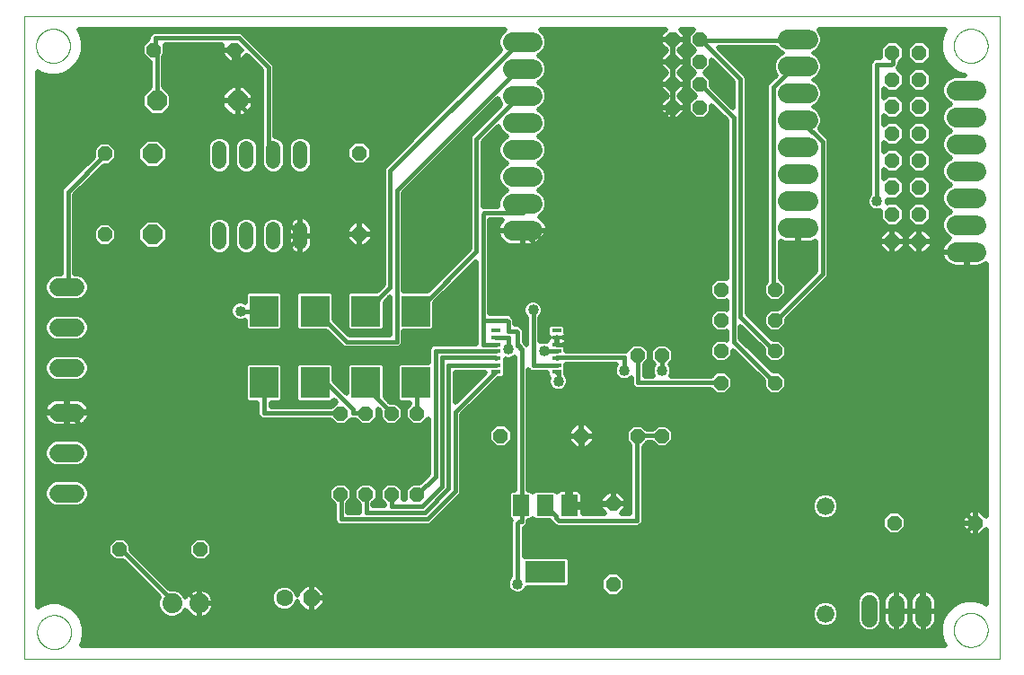
<source format=gtl>
G75*
%MOIN*%
%OFA0B0*%
%FSLAX25Y25*%
%IPPOS*%
%LPD*%
%AMOC8*
5,1,8,0,0,1.08239X$1,22.5*
%
%ADD10C,0.00000*%
%ADD11OC8,0.05600*%
%ADD12C,0.07400*%
%ADD13C,0.06600*%
%ADD14C,0.05200*%
%ADD15OC8,0.05200*%
%ADD16OC8,0.07500*%
%ADD17OC8,0.06300*%
%ADD18C,0.06300*%
%ADD19C,0.07400*%
%ADD20C,0.06600*%
%ADD21C,0.06000*%
%ADD22R,0.03543X0.01378*%
%ADD23R,0.05900X0.07900*%
%ADD24R,0.15000X0.07900*%
%ADD25R,0.10630X0.11614*%
%ADD26C,0.01600*%
%ADD27C,0.04000*%
%ADD28C,0.01969*%
%ADD29C,0.01500*%
D10*
X0001984Y0001866D02*
X0001984Y0240567D01*
X0363992Y0240567D01*
X0363992Y0001866D01*
X0001984Y0001866D01*
X0006709Y0011827D02*
X0006711Y0011985D01*
X0006717Y0012143D01*
X0006727Y0012301D01*
X0006741Y0012459D01*
X0006759Y0012616D01*
X0006780Y0012773D01*
X0006806Y0012929D01*
X0006836Y0013085D01*
X0006869Y0013240D01*
X0006907Y0013393D01*
X0006948Y0013546D01*
X0006993Y0013698D01*
X0007042Y0013849D01*
X0007095Y0013998D01*
X0007151Y0014146D01*
X0007211Y0014292D01*
X0007275Y0014437D01*
X0007343Y0014580D01*
X0007414Y0014722D01*
X0007488Y0014862D01*
X0007566Y0014999D01*
X0007648Y0015135D01*
X0007732Y0015269D01*
X0007821Y0015400D01*
X0007912Y0015529D01*
X0008007Y0015656D01*
X0008104Y0015781D01*
X0008205Y0015903D01*
X0008309Y0016022D01*
X0008416Y0016139D01*
X0008526Y0016253D01*
X0008639Y0016364D01*
X0008754Y0016473D01*
X0008872Y0016578D01*
X0008993Y0016680D01*
X0009116Y0016780D01*
X0009242Y0016876D01*
X0009370Y0016969D01*
X0009500Y0017059D01*
X0009633Y0017145D01*
X0009768Y0017229D01*
X0009904Y0017308D01*
X0010043Y0017385D01*
X0010184Y0017457D01*
X0010326Y0017527D01*
X0010470Y0017592D01*
X0010616Y0017654D01*
X0010763Y0017712D01*
X0010912Y0017767D01*
X0011062Y0017818D01*
X0011213Y0017865D01*
X0011365Y0017908D01*
X0011518Y0017947D01*
X0011673Y0017983D01*
X0011828Y0018014D01*
X0011984Y0018042D01*
X0012140Y0018066D01*
X0012297Y0018086D01*
X0012455Y0018102D01*
X0012612Y0018114D01*
X0012771Y0018122D01*
X0012929Y0018126D01*
X0013087Y0018126D01*
X0013245Y0018122D01*
X0013404Y0018114D01*
X0013561Y0018102D01*
X0013719Y0018086D01*
X0013876Y0018066D01*
X0014032Y0018042D01*
X0014188Y0018014D01*
X0014343Y0017983D01*
X0014498Y0017947D01*
X0014651Y0017908D01*
X0014803Y0017865D01*
X0014954Y0017818D01*
X0015104Y0017767D01*
X0015253Y0017712D01*
X0015400Y0017654D01*
X0015546Y0017592D01*
X0015690Y0017527D01*
X0015832Y0017457D01*
X0015973Y0017385D01*
X0016112Y0017308D01*
X0016248Y0017229D01*
X0016383Y0017145D01*
X0016516Y0017059D01*
X0016646Y0016969D01*
X0016774Y0016876D01*
X0016900Y0016780D01*
X0017023Y0016680D01*
X0017144Y0016578D01*
X0017262Y0016473D01*
X0017377Y0016364D01*
X0017490Y0016253D01*
X0017600Y0016139D01*
X0017707Y0016022D01*
X0017811Y0015903D01*
X0017912Y0015781D01*
X0018009Y0015656D01*
X0018104Y0015529D01*
X0018195Y0015400D01*
X0018284Y0015269D01*
X0018368Y0015135D01*
X0018450Y0014999D01*
X0018528Y0014862D01*
X0018602Y0014722D01*
X0018673Y0014580D01*
X0018741Y0014437D01*
X0018805Y0014292D01*
X0018865Y0014146D01*
X0018921Y0013998D01*
X0018974Y0013849D01*
X0019023Y0013698D01*
X0019068Y0013546D01*
X0019109Y0013393D01*
X0019147Y0013240D01*
X0019180Y0013085D01*
X0019210Y0012929D01*
X0019236Y0012773D01*
X0019257Y0012616D01*
X0019275Y0012459D01*
X0019289Y0012301D01*
X0019299Y0012143D01*
X0019305Y0011985D01*
X0019307Y0011827D01*
X0019305Y0011669D01*
X0019299Y0011511D01*
X0019289Y0011353D01*
X0019275Y0011195D01*
X0019257Y0011038D01*
X0019236Y0010881D01*
X0019210Y0010725D01*
X0019180Y0010569D01*
X0019147Y0010414D01*
X0019109Y0010261D01*
X0019068Y0010108D01*
X0019023Y0009956D01*
X0018974Y0009805D01*
X0018921Y0009656D01*
X0018865Y0009508D01*
X0018805Y0009362D01*
X0018741Y0009217D01*
X0018673Y0009074D01*
X0018602Y0008932D01*
X0018528Y0008792D01*
X0018450Y0008655D01*
X0018368Y0008519D01*
X0018284Y0008385D01*
X0018195Y0008254D01*
X0018104Y0008125D01*
X0018009Y0007998D01*
X0017912Y0007873D01*
X0017811Y0007751D01*
X0017707Y0007632D01*
X0017600Y0007515D01*
X0017490Y0007401D01*
X0017377Y0007290D01*
X0017262Y0007181D01*
X0017144Y0007076D01*
X0017023Y0006974D01*
X0016900Y0006874D01*
X0016774Y0006778D01*
X0016646Y0006685D01*
X0016516Y0006595D01*
X0016383Y0006509D01*
X0016248Y0006425D01*
X0016112Y0006346D01*
X0015973Y0006269D01*
X0015832Y0006197D01*
X0015690Y0006127D01*
X0015546Y0006062D01*
X0015400Y0006000D01*
X0015253Y0005942D01*
X0015104Y0005887D01*
X0014954Y0005836D01*
X0014803Y0005789D01*
X0014651Y0005746D01*
X0014498Y0005707D01*
X0014343Y0005671D01*
X0014188Y0005640D01*
X0014032Y0005612D01*
X0013876Y0005588D01*
X0013719Y0005568D01*
X0013561Y0005552D01*
X0013404Y0005540D01*
X0013245Y0005532D01*
X0013087Y0005528D01*
X0012929Y0005528D01*
X0012771Y0005532D01*
X0012612Y0005540D01*
X0012455Y0005552D01*
X0012297Y0005568D01*
X0012140Y0005588D01*
X0011984Y0005612D01*
X0011828Y0005640D01*
X0011673Y0005671D01*
X0011518Y0005707D01*
X0011365Y0005746D01*
X0011213Y0005789D01*
X0011062Y0005836D01*
X0010912Y0005887D01*
X0010763Y0005942D01*
X0010616Y0006000D01*
X0010470Y0006062D01*
X0010326Y0006127D01*
X0010184Y0006197D01*
X0010043Y0006269D01*
X0009904Y0006346D01*
X0009768Y0006425D01*
X0009633Y0006509D01*
X0009500Y0006595D01*
X0009370Y0006685D01*
X0009242Y0006778D01*
X0009116Y0006874D01*
X0008993Y0006974D01*
X0008872Y0007076D01*
X0008754Y0007181D01*
X0008639Y0007290D01*
X0008526Y0007401D01*
X0008416Y0007515D01*
X0008309Y0007632D01*
X0008205Y0007751D01*
X0008104Y0007873D01*
X0008007Y0007998D01*
X0007912Y0008125D01*
X0007821Y0008254D01*
X0007732Y0008385D01*
X0007648Y0008519D01*
X0007566Y0008655D01*
X0007488Y0008792D01*
X0007414Y0008932D01*
X0007343Y0009074D01*
X0007275Y0009217D01*
X0007211Y0009362D01*
X0007151Y0009508D01*
X0007095Y0009656D01*
X0007042Y0009805D01*
X0006993Y0009956D01*
X0006948Y0010108D01*
X0006907Y0010261D01*
X0006869Y0010414D01*
X0006836Y0010569D01*
X0006806Y0010725D01*
X0006780Y0010881D01*
X0006759Y0011038D01*
X0006741Y0011195D01*
X0006727Y0011353D01*
X0006717Y0011511D01*
X0006711Y0011669D01*
X0006709Y0011827D01*
X0006315Y0229543D02*
X0006317Y0229701D01*
X0006323Y0229859D01*
X0006333Y0230017D01*
X0006347Y0230175D01*
X0006365Y0230332D01*
X0006386Y0230489D01*
X0006412Y0230645D01*
X0006442Y0230801D01*
X0006475Y0230956D01*
X0006513Y0231109D01*
X0006554Y0231262D01*
X0006599Y0231414D01*
X0006648Y0231565D01*
X0006701Y0231714D01*
X0006757Y0231862D01*
X0006817Y0232008D01*
X0006881Y0232153D01*
X0006949Y0232296D01*
X0007020Y0232438D01*
X0007094Y0232578D01*
X0007172Y0232715D01*
X0007254Y0232851D01*
X0007338Y0232985D01*
X0007427Y0233116D01*
X0007518Y0233245D01*
X0007613Y0233372D01*
X0007710Y0233497D01*
X0007811Y0233619D01*
X0007915Y0233738D01*
X0008022Y0233855D01*
X0008132Y0233969D01*
X0008245Y0234080D01*
X0008360Y0234189D01*
X0008478Y0234294D01*
X0008599Y0234396D01*
X0008722Y0234496D01*
X0008848Y0234592D01*
X0008976Y0234685D01*
X0009106Y0234775D01*
X0009239Y0234861D01*
X0009374Y0234945D01*
X0009510Y0235024D01*
X0009649Y0235101D01*
X0009790Y0235173D01*
X0009932Y0235243D01*
X0010076Y0235308D01*
X0010222Y0235370D01*
X0010369Y0235428D01*
X0010518Y0235483D01*
X0010668Y0235534D01*
X0010819Y0235581D01*
X0010971Y0235624D01*
X0011124Y0235663D01*
X0011279Y0235699D01*
X0011434Y0235730D01*
X0011590Y0235758D01*
X0011746Y0235782D01*
X0011903Y0235802D01*
X0012061Y0235818D01*
X0012218Y0235830D01*
X0012377Y0235838D01*
X0012535Y0235842D01*
X0012693Y0235842D01*
X0012851Y0235838D01*
X0013010Y0235830D01*
X0013167Y0235818D01*
X0013325Y0235802D01*
X0013482Y0235782D01*
X0013638Y0235758D01*
X0013794Y0235730D01*
X0013949Y0235699D01*
X0014104Y0235663D01*
X0014257Y0235624D01*
X0014409Y0235581D01*
X0014560Y0235534D01*
X0014710Y0235483D01*
X0014859Y0235428D01*
X0015006Y0235370D01*
X0015152Y0235308D01*
X0015296Y0235243D01*
X0015438Y0235173D01*
X0015579Y0235101D01*
X0015718Y0235024D01*
X0015854Y0234945D01*
X0015989Y0234861D01*
X0016122Y0234775D01*
X0016252Y0234685D01*
X0016380Y0234592D01*
X0016506Y0234496D01*
X0016629Y0234396D01*
X0016750Y0234294D01*
X0016868Y0234189D01*
X0016983Y0234080D01*
X0017096Y0233969D01*
X0017206Y0233855D01*
X0017313Y0233738D01*
X0017417Y0233619D01*
X0017518Y0233497D01*
X0017615Y0233372D01*
X0017710Y0233245D01*
X0017801Y0233116D01*
X0017890Y0232985D01*
X0017974Y0232851D01*
X0018056Y0232715D01*
X0018134Y0232578D01*
X0018208Y0232438D01*
X0018279Y0232296D01*
X0018347Y0232153D01*
X0018411Y0232008D01*
X0018471Y0231862D01*
X0018527Y0231714D01*
X0018580Y0231565D01*
X0018629Y0231414D01*
X0018674Y0231262D01*
X0018715Y0231109D01*
X0018753Y0230956D01*
X0018786Y0230801D01*
X0018816Y0230645D01*
X0018842Y0230489D01*
X0018863Y0230332D01*
X0018881Y0230175D01*
X0018895Y0230017D01*
X0018905Y0229859D01*
X0018911Y0229701D01*
X0018913Y0229543D01*
X0018911Y0229385D01*
X0018905Y0229227D01*
X0018895Y0229069D01*
X0018881Y0228911D01*
X0018863Y0228754D01*
X0018842Y0228597D01*
X0018816Y0228441D01*
X0018786Y0228285D01*
X0018753Y0228130D01*
X0018715Y0227977D01*
X0018674Y0227824D01*
X0018629Y0227672D01*
X0018580Y0227521D01*
X0018527Y0227372D01*
X0018471Y0227224D01*
X0018411Y0227078D01*
X0018347Y0226933D01*
X0018279Y0226790D01*
X0018208Y0226648D01*
X0018134Y0226508D01*
X0018056Y0226371D01*
X0017974Y0226235D01*
X0017890Y0226101D01*
X0017801Y0225970D01*
X0017710Y0225841D01*
X0017615Y0225714D01*
X0017518Y0225589D01*
X0017417Y0225467D01*
X0017313Y0225348D01*
X0017206Y0225231D01*
X0017096Y0225117D01*
X0016983Y0225006D01*
X0016868Y0224897D01*
X0016750Y0224792D01*
X0016629Y0224690D01*
X0016506Y0224590D01*
X0016380Y0224494D01*
X0016252Y0224401D01*
X0016122Y0224311D01*
X0015989Y0224225D01*
X0015854Y0224141D01*
X0015718Y0224062D01*
X0015579Y0223985D01*
X0015438Y0223913D01*
X0015296Y0223843D01*
X0015152Y0223778D01*
X0015006Y0223716D01*
X0014859Y0223658D01*
X0014710Y0223603D01*
X0014560Y0223552D01*
X0014409Y0223505D01*
X0014257Y0223462D01*
X0014104Y0223423D01*
X0013949Y0223387D01*
X0013794Y0223356D01*
X0013638Y0223328D01*
X0013482Y0223304D01*
X0013325Y0223284D01*
X0013167Y0223268D01*
X0013010Y0223256D01*
X0012851Y0223248D01*
X0012693Y0223244D01*
X0012535Y0223244D01*
X0012377Y0223248D01*
X0012218Y0223256D01*
X0012061Y0223268D01*
X0011903Y0223284D01*
X0011746Y0223304D01*
X0011590Y0223328D01*
X0011434Y0223356D01*
X0011279Y0223387D01*
X0011124Y0223423D01*
X0010971Y0223462D01*
X0010819Y0223505D01*
X0010668Y0223552D01*
X0010518Y0223603D01*
X0010369Y0223658D01*
X0010222Y0223716D01*
X0010076Y0223778D01*
X0009932Y0223843D01*
X0009790Y0223913D01*
X0009649Y0223985D01*
X0009510Y0224062D01*
X0009374Y0224141D01*
X0009239Y0224225D01*
X0009106Y0224311D01*
X0008976Y0224401D01*
X0008848Y0224494D01*
X0008722Y0224590D01*
X0008599Y0224690D01*
X0008478Y0224792D01*
X0008360Y0224897D01*
X0008245Y0225006D01*
X0008132Y0225117D01*
X0008022Y0225231D01*
X0007915Y0225348D01*
X0007811Y0225467D01*
X0007710Y0225589D01*
X0007613Y0225714D01*
X0007518Y0225841D01*
X0007427Y0225970D01*
X0007338Y0226101D01*
X0007254Y0226235D01*
X0007172Y0226371D01*
X0007094Y0226508D01*
X0007020Y0226648D01*
X0006949Y0226790D01*
X0006881Y0226933D01*
X0006817Y0227078D01*
X0006757Y0227224D01*
X0006701Y0227372D01*
X0006648Y0227521D01*
X0006599Y0227672D01*
X0006554Y0227824D01*
X0006513Y0227977D01*
X0006475Y0228130D01*
X0006442Y0228285D01*
X0006412Y0228441D01*
X0006386Y0228597D01*
X0006365Y0228754D01*
X0006347Y0228911D01*
X0006333Y0229069D01*
X0006323Y0229227D01*
X0006317Y0229385D01*
X0006315Y0229543D01*
X0346866Y0229543D02*
X0346868Y0229701D01*
X0346874Y0229859D01*
X0346884Y0230017D01*
X0346898Y0230175D01*
X0346916Y0230332D01*
X0346937Y0230489D01*
X0346963Y0230645D01*
X0346993Y0230801D01*
X0347026Y0230956D01*
X0347064Y0231109D01*
X0347105Y0231262D01*
X0347150Y0231414D01*
X0347199Y0231565D01*
X0347252Y0231714D01*
X0347308Y0231862D01*
X0347368Y0232008D01*
X0347432Y0232153D01*
X0347500Y0232296D01*
X0347571Y0232438D01*
X0347645Y0232578D01*
X0347723Y0232715D01*
X0347805Y0232851D01*
X0347889Y0232985D01*
X0347978Y0233116D01*
X0348069Y0233245D01*
X0348164Y0233372D01*
X0348261Y0233497D01*
X0348362Y0233619D01*
X0348466Y0233738D01*
X0348573Y0233855D01*
X0348683Y0233969D01*
X0348796Y0234080D01*
X0348911Y0234189D01*
X0349029Y0234294D01*
X0349150Y0234396D01*
X0349273Y0234496D01*
X0349399Y0234592D01*
X0349527Y0234685D01*
X0349657Y0234775D01*
X0349790Y0234861D01*
X0349925Y0234945D01*
X0350061Y0235024D01*
X0350200Y0235101D01*
X0350341Y0235173D01*
X0350483Y0235243D01*
X0350627Y0235308D01*
X0350773Y0235370D01*
X0350920Y0235428D01*
X0351069Y0235483D01*
X0351219Y0235534D01*
X0351370Y0235581D01*
X0351522Y0235624D01*
X0351675Y0235663D01*
X0351830Y0235699D01*
X0351985Y0235730D01*
X0352141Y0235758D01*
X0352297Y0235782D01*
X0352454Y0235802D01*
X0352612Y0235818D01*
X0352769Y0235830D01*
X0352928Y0235838D01*
X0353086Y0235842D01*
X0353244Y0235842D01*
X0353402Y0235838D01*
X0353561Y0235830D01*
X0353718Y0235818D01*
X0353876Y0235802D01*
X0354033Y0235782D01*
X0354189Y0235758D01*
X0354345Y0235730D01*
X0354500Y0235699D01*
X0354655Y0235663D01*
X0354808Y0235624D01*
X0354960Y0235581D01*
X0355111Y0235534D01*
X0355261Y0235483D01*
X0355410Y0235428D01*
X0355557Y0235370D01*
X0355703Y0235308D01*
X0355847Y0235243D01*
X0355989Y0235173D01*
X0356130Y0235101D01*
X0356269Y0235024D01*
X0356405Y0234945D01*
X0356540Y0234861D01*
X0356673Y0234775D01*
X0356803Y0234685D01*
X0356931Y0234592D01*
X0357057Y0234496D01*
X0357180Y0234396D01*
X0357301Y0234294D01*
X0357419Y0234189D01*
X0357534Y0234080D01*
X0357647Y0233969D01*
X0357757Y0233855D01*
X0357864Y0233738D01*
X0357968Y0233619D01*
X0358069Y0233497D01*
X0358166Y0233372D01*
X0358261Y0233245D01*
X0358352Y0233116D01*
X0358441Y0232985D01*
X0358525Y0232851D01*
X0358607Y0232715D01*
X0358685Y0232578D01*
X0358759Y0232438D01*
X0358830Y0232296D01*
X0358898Y0232153D01*
X0358962Y0232008D01*
X0359022Y0231862D01*
X0359078Y0231714D01*
X0359131Y0231565D01*
X0359180Y0231414D01*
X0359225Y0231262D01*
X0359266Y0231109D01*
X0359304Y0230956D01*
X0359337Y0230801D01*
X0359367Y0230645D01*
X0359393Y0230489D01*
X0359414Y0230332D01*
X0359432Y0230175D01*
X0359446Y0230017D01*
X0359456Y0229859D01*
X0359462Y0229701D01*
X0359464Y0229543D01*
X0359462Y0229385D01*
X0359456Y0229227D01*
X0359446Y0229069D01*
X0359432Y0228911D01*
X0359414Y0228754D01*
X0359393Y0228597D01*
X0359367Y0228441D01*
X0359337Y0228285D01*
X0359304Y0228130D01*
X0359266Y0227977D01*
X0359225Y0227824D01*
X0359180Y0227672D01*
X0359131Y0227521D01*
X0359078Y0227372D01*
X0359022Y0227224D01*
X0358962Y0227078D01*
X0358898Y0226933D01*
X0358830Y0226790D01*
X0358759Y0226648D01*
X0358685Y0226508D01*
X0358607Y0226371D01*
X0358525Y0226235D01*
X0358441Y0226101D01*
X0358352Y0225970D01*
X0358261Y0225841D01*
X0358166Y0225714D01*
X0358069Y0225589D01*
X0357968Y0225467D01*
X0357864Y0225348D01*
X0357757Y0225231D01*
X0357647Y0225117D01*
X0357534Y0225006D01*
X0357419Y0224897D01*
X0357301Y0224792D01*
X0357180Y0224690D01*
X0357057Y0224590D01*
X0356931Y0224494D01*
X0356803Y0224401D01*
X0356673Y0224311D01*
X0356540Y0224225D01*
X0356405Y0224141D01*
X0356269Y0224062D01*
X0356130Y0223985D01*
X0355989Y0223913D01*
X0355847Y0223843D01*
X0355703Y0223778D01*
X0355557Y0223716D01*
X0355410Y0223658D01*
X0355261Y0223603D01*
X0355111Y0223552D01*
X0354960Y0223505D01*
X0354808Y0223462D01*
X0354655Y0223423D01*
X0354500Y0223387D01*
X0354345Y0223356D01*
X0354189Y0223328D01*
X0354033Y0223304D01*
X0353876Y0223284D01*
X0353718Y0223268D01*
X0353561Y0223256D01*
X0353402Y0223248D01*
X0353244Y0223244D01*
X0353086Y0223244D01*
X0352928Y0223248D01*
X0352769Y0223256D01*
X0352612Y0223268D01*
X0352454Y0223284D01*
X0352297Y0223304D01*
X0352141Y0223328D01*
X0351985Y0223356D01*
X0351830Y0223387D01*
X0351675Y0223423D01*
X0351522Y0223462D01*
X0351370Y0223505D01*
X0351219Y0223552D01*
X0351069Y0223603D01*
X0350920Y0223658D01*
X0350773Y0223716D01*
X0350627Y0223778D01*
X0350483Y0223843D01*
X0350341Y0223913D01*
X0350200Y0223985D01*
X0350061Y0224062D01*
X0349925Y0224141D01*
X0349790Y0224225D01*
X0349657Y0224311D01*
X0349527Y0224401D01*
X0349399Y0224494D01*
X0349273Y0224590D01*
X0349150Y0224690D01*
X0349029Y0224792D01*
X0348911Y0224897D01*
X0348796Y0225006D01*
X0348683Y0225117D01*
X0348573Y0225231D01*
X0348466Y0225348D01*
X0348362Y0225467D01*
X0348261Y0225589D01*
X0348164Y0225714D01*
X0348069Y0225841D01*
X0347978Y0225970D01*
X0347889Y0226101D01*
X0347805Y0226235D01*
X0347723Y0226371D01*
X0347645Y0226508D01*
X0347571Y0226648D01*
X0347500Y0226790D01*
X0347432Y0226933D01*
X0347368Y0227078D01*
X0347308Y0227224D01*
X0347252Y0227372D01*
X0347199Y0227521D01*
X0347150Y0227672D01*
X0347105Y0227824D01*
X0347064Y0227977D01*
X0347026Y0228130D01*
X0346993Y0228285D01*
X0346963Y0228441D01*
X0346937Y0228597D01*
X0346916Y0228754D01*
X0346898Y0228911D01*
X0346884Y0229069D01*
X0346874Y0229227D01*
X0346868Y0229385D01*
X0346866Y0229543D01*
X0346866Y0012614D02*
X0346868Y0012772D01*
X0346874Y0012930D01*
X0346884Y0013088D01*
X0346898Y0013246D01*
X0346916Y0013403D01*
X0346937Y0013560D01*
X0346963Y0013716D01*
X0346993Y0013872D01*
X0347026Y0014027D01*
X0347064Y0014180D01*
X0347105Y0014333D01*
X0347150Y0014485D01*
X0347199Y0014636D01*
X0347252Y0014785D01*
X0347308Y0014933D01*
X0347368Y0015079D01*
X0347432Y0015224D01*
X0347500Y0015367D01*
X0347571Y0015509D01*
X0347645Y0015649D01*
X0347723Y0015786D01*
X0347805Y0015922D01*
X0347889Y0016056D01*
X0347978Y0016187D01*
X0348069Y0016316D01*
X0348164Y0016443D01*
X0348261Y0016568D01*
X0348362Y0016690D01*
X0348466Y0016809D01*
X0348573Y0016926D01*
X0348683Y0017040D01*
X0348796Y0017151D01*
X0348911Y0017260D01*
X0349029Y0017365D01*
X0349150Y0017467D01*
X0349273Y0017567D01*
X0349399Y0017663D01*
X0349527Y0017756D01*
X0349657Y0017846D01*
X0349790Y0017932D01*
X0349925Y0018016D01*
X0350061Y0018095D01*
X0350200Y0018172D01*
X0350341Y0018244D01*
X0350483Y0018314D01*
X0350627Y0018379D01*
X0350773Y0018441D01*
X0350920Y0018499D01*
X0351069Y0018554D01*
X0351219Y0018605D01*
X0351370Y0018652D01*
X0351522Y0018695D01*
X0351675Y0018734D01*
X0351830Y0018770D01*
X0351985Y0018801D01*
X0352141Y0018829D01*
X0352297Y0018853D01*
X0352454Y0018873D01*
X0352612Y0018889D01*
X0352769Y0018901D01*
X0352928Y0018909D01*
X0353086Y0018913D01*
X0353244Y0018913D01*
X0353402Y0018909D01*
X0353561Y0018901D01*
X0353718Y0018889D01*
X0353876Y0018873D01*
X0354033Y0018853D01*
X0354189Y0018829D01*
X0354345Y0018801D01*
X0354500Y0018770D01*
X0354655Y0018734D01*
X0354808Y0018695D01*
X0354960Y0018652D01*
X0355111Y0018605D01*
X0355261Y0018554D01*
X0355410Y0018499D01*
X0355557Y0018441D01*
X0355703Y0018379D01*
X0355847Y0018314D01*
X0355989Y0018244D01*
X0356130Y0018172D01*
X0356269Y0018095D01*
X0356405Y0018016D01*
X0356540Y0017932D01*
X0356673Y0017846D01*
X0356803Y0017756D01*
X0356931Y0017663D01*
X0357057Y0017567D01*
X0357180Y0017467D01*
X0357301Y0017365D01*
X0357419Y0017260D01*
X0357534Y0017151D01*
X0357647Y0017040D01*
X0357757Y0016926D01*
X0357864Y0016809D01*
X0357968Y0016690D01*
X0358069Y0016568D01*
X0358166Y0016443D01*
X0358261Y0016316D01*
X0358352Y0016187D01*
X0358441Y0016056D01*
X0358525Y0015922D01*
X0358607Y0015786D01*
X0358685Y0015649D01*
X0358759Y0015509D01*
X0358830Y0015367D01*
X0358898Y0015224D01*
X0358962Y0015079D01*
X0359022Y0014933D01*
X0359078Y0014785D01*
X0359131Y0014636D01*
X0359180Y0014485D01*
X0359225Y0014333D01*
X0359266Y0014180D01*
X0359304Y0014027D01*
X0359337Y0013872D01*
X0359367Y0013716D01*
X0359393Y0013560D01*
X0359414Y0013403D01*
X0359432Y0013246D01*
X0359446Y0013088D01*
X0359456Y0012930D01*
X0359462Y0012772D01*
X0359464Y0012614D01*
X0359462Y0012456D01*
X0359456Y0012298D01*
X0359446Y0012140D01*
X0359432Y0011982D01*
X0359414Y0011825D01*
X0359393Y0011668D01*
X0359367Y0011512D01*
X0359337Y0011356D01*
X0359304Y0011201D01*
X0359266Y0011048D01*
X0359225Y0010895D01*
X0359180Y0010743D01*
X0359131Y0010592D01*
X0359078Y0010443D01*
X0359022Y0010295D01*
X0358962Y0010149D01*
X0358898Y0010004D01*
X0358830Y0009861D01*
X0358759Y0009719D01*
X0358685Y0009579D01*
X0358607Y0009442D01*
X0358525Y0009306D01*
X0358441Y0009172D01*
X0358352Y0009041D01*
X0358261Y0008912D01*
X0358166Y0008785D01*
X0358069Y0008660D01*
X0357968Y0008538D01*
X0357864Y0008419D01*
X0357757Y0008302D01*
X0357647Y0008188D01*
X0357534Y0008077D01*
X0357419Y0007968D01*
X0357301Y0007863D01*
X0357180Y0007761D01*
X0357057Y0007661D01*
X0356931Y0007565D01*
X0356803Y0007472D01*
X0356673Y0007382D01*
X0356540Y0007296D01*
X0356405Y0007212D01*
X0356269Y0007133D01*
X0356130Y0007056D01*
X0355989Y0006984D01*
X0355847Y0006914D01*
X0355703Y0006849D01*
X0355557Y0006787D01*
X0355410Y0006729D01*
X0355261Y0006674D01*
X0355111Y0006623D01*
X0354960Y0006576D01*
X0354808Y0006533D01*
X0354655Y0006494D01*
X0354500Y0006458D01*
X0354345Y0006427D01*
X0354189Y0006399D01*
X0354033Y0006375D01*
X0353876Y0006355D01*
X0353718Y0006339D01*
X0353561Y0006327D01*
X0353402Y0006319D01*
X0353244Y0006315D01*
X0353086Y0006315D01*
X0352928Y0006319D01*
X0352769Y0006327D01*
X0352612Y0006339D01*
X0352454Y0006355D01*
X0352297Y0006375D01*
X0352141Y0006399D01*
X0351985Y0006427D01*
X0351830Y0006458D01*
X0351675Y0006494D01*
X0351522Y0006533D01*
X0351370Y0006576D01*
X0351219Y0006623D01*
X0351069Y0006674D01*
X0350920Y0006729D01*
X0350773Y0006787D01*
X0350627Y0006849D01*
X0350483Y0006914D01*
X0350341Y0006984D01*
X0350200Y0007056D01*
X0350061Y0007133D01*
X0349925Y0007212D01*
X0349790Y0007296D01*
X0349657Y0007382D01*
X0349527Y0007472D01*
X0349399Y0007565D01*
X0349273Y0007661D01*
X0349150Y0007761D01*
X0349029Y0007863D01*
X0348911Y0007968D01*
X0348796Y0008077D01*
X0348683Y0008188D01*
X0348573Y0008302D01*
X0348466Y0008419D01*
X0348362Y0008538D01*
X0348261Y0008660D01*
X0348164Y0008785D01*
X0348069Y0008912D01*
X0347978Y0009041D01*
X0347889Y0009172D01*
X0347805Y0009306D01*
X0347723Y0009442D01*
X0347645Y0009579D01*
X0347571Y0009719D01*
X0347500Y0009861D01*
X0347432Y0010004D01*
X0347368Y0010149D01*
X0347308Y0010295D01*
X0347252Y0010443D01*
X0347199Y0010592D01*
X0347150Y0010743D01*
X0347105Y0010895D01*
X0347064Y0011048D01*
X0347026Y0011201D01*
X0346993Y0011356D01*
X0346963Y0011512D01*
X0346937Y0011668D01*
X0346916Y0011825D01*
X0346898Y0011982D01*
X0346884Y0012140D01*
X0346874Y0012298D01*
X0346868Y0012456D01*
X0346866Y0012614D01*
D11*
X0354780Y0052378D03*
X0324780Y0052378D03*
X0220488Y0059504D03*
X0208717Y0084661D03*
X0178717Y0084661D03*
X0220488Y0029504D03*
X0324071Y0156866D03*
X0334071Y0156866D03*
X0334071Y0166866D03*
X0324071Y0166866D03*
X0324071Y0176866D03*
X0334071Y0176866D03*
X0334071Y0186866D03*
X0324071Y0186866D03*
X0324071Y0196866D03*
X0334071Y0196866D03*
X0334071Y0206866D03*
X0324071Y0206866D03*
X0324071Y0216866D03*
X0334071Y0216866D03*
X0334071Y0226866D03*
X0324071Y0226866D03*
X0126315Y0189701D03*
X0126315Y0159701D03*
D12*
X0183206Y0160921D02*
X0190606Y0160921D01*
X0190606Y0170921D02*
X0183206Y0170921D01*
X0183206Y0180921D02*
X0190606Y0180921D01*
X0190606Y0190921D02*
X0183206Y0190921D01*
X0183206Y0200921D02*
X0190606Y0200921D01*
X0190606Y0210921D02*
X0183206Y0210921D01*
X0183206Y0220921D02*
X0190606Y0220921D01*
X0190606Y0230921D02*
X0183206Y0230921D01*
X0285371Y0231866D02*
X0292771Y0231866D01*
X0292771Y0221866D02*
X0285371Y0221866D01*
X0285371Y0211866D02*
X0292771Y0211866D01*
X0292771Y0201866D02*
X0285371Y0201866D01*
X0285371Y0191866D02*
X0292771Y0191866D01*
X0292771Y0181866D02*
X0285371Y0181866D01*
X0285371Y0171866D02*
X0292771Y0171866D01*
X0292771Y0161866D02*
X0285371Y0161866D01*
X0347891Y0163008D02*
X0355291Y0163008D01*
X0355291Y0173008D02*
X0347891Y0173008D01*
X0347891Y0183008D02*
X0355291Y0183008D01*
X0355291Y0193008D02*
X0347891Y0193008D01*
X0347891Y0203008D02*
X0355291Y0203008D01*
X0355291Y0213008D02*
X0347891Y0213008D01*
X0347891Y0153008D02*
X0355291Y0153008D01*
D13*
X0021032Y0139819D02*
X0014432Y0139819D01*
X0014432Y0124819D02*
X0021032Y0124819D01*
X0021032Y0109819D02*
X0014432Y0109819D01*
X0014432Y0093362D02*
X0021032Y0093362D01*
X0021032Y0078362D02*
X0014432Y0078362D01*
X0014432Y0063362D02*
X0021032Y0063362D01*
D14*
X0074386Y0156431D02*
X0074386Y0161631D01*
X0084386Y0161631D02*
X0084386Y0156431D01*
X0094386Y0156431D02*
X0094386Y0161631D01*
X0104386Y0161631D02*
X0104386Y0156431D01*
X0104386Y0186431D02*
X0104386Y0191631D01*
X0094386Y0191631D02*
X0094386Y0186431D01*
X0084386Y0186431D02*
X0084386Y0191631D01*
X0074386Y0191631D02*
X0074386Y0186431D01*
D15*
X0031906Y0189425D03*
X0031906Y0159425D03*
X0119307Y0092969D03*
X0128756Y0092969D03*
X0138205Y0092969D03*
X0147654Y0092969D03*
X0147654Y0062969D03*
X0138205Y0062969D03*
X0128756Y0062969D03*
X0119307Y0062969D03*
X0067378Y0042535D03*
X0037378Y0042535D03*
X0229543Y0084622D03*
X0238598Y0084622D03*
X0260488Y0104346D03*
X0260488Y0116157D03*
X0260488Y0127575D03*
X0260488Y0138992D03*
X0280488Y0138992D03*
X0280488Y0127575D03*
X0280488Y0116157D03*
X0280488Y0104346D03*
X0238598Y0114622D03*
X0229543Y0114622D03*
X0242654Y0206709D03*
X0252654Y0206709D03*
X0252654Y0215370D03*
X0242654Y0215370D03*
X0242654Y0223638D03*
X0252654Y0223638D03*
X0252654Y0231906D03*
X0242654Y0231906D03*
X0079976Y0227969D03*
X0049976Y0227969D03*
D16*
X0051157Y0209071D03*
X0049622Y0189425D03*
X0081157Y0209071D03*
X0049622Y0159425D03*
D17*
X0108559Y0024425D03*
D18*
X0098559Y0024425D03*
D19*
X0066827Y0022457D03*
X0056827Y0022457D03*
D20*
X0299228Y0018598D03*
X0299228Y0058598D03*
D21*
X0315606Y0022701D02*
X0315606Y0016701D01*
X0325606Y0016701D02*
X0325606Y0022701D01*
X0335606Y0022701D02*
X0335606Y0016701D01*
D22*
X0199524Y0108480D03*
X0199524Y0111039D03*
X0199524Y0113598D03*
X0199524Y0116157D03*
X0199524Y0118717D03*
X0199524Y0121276D03*
X0199524Y0123835D03*
X0176886Y0123835D03*
X0176886Y0121276D03*
X0176886Y0118717D03*
X0176886Y0116157D03*
X0176886Y0113598D03*
X0176886Y0111039D03*
X0176886Y0108480D03*
D23*
X0186191Y0058872D03*
X0195191Y0058872D03*
X0204191Y0058872D03*
D24*
X0195291Y0034072D03*
D25*
X0147260Y0104445D03*
X0128756Y0104445D03*
X0109858Y0104445D03*
X0090961Y0104445D03*
X0090961Y0131020D03*
X0109858Y0131020D03*
X0128756Y0131020D03*
X0147260Y0131020D03*
D26*
X0147555Y0131020D01*
X0169701Y0153165D01*
X0169701Y0194996D01*
X0185449Y0210744D01*
X0186433Y0210744D01*
X0186906Y0210921D01*
X0186433Y0220587D02*
X0186906Y0220921D01*
X0186433Y0220587D02*
X0184957Y0220587D01*
X0140173Y0175803D01*
X0140173Y0119701D01*
X0121472Y0119701D01*
X0110154Y0131020D01*
X0109858Y0131020D01*
X0128756Y0131020D02*
X0128854Y0131020D01*
X0137713Y0139878D01*
X0137713Y0183185D01*
X0185449Y0230921D01*
X0186906Y0230921D01*
X0242535Y0231906D02*
X0242535Y0224031D01*
X0242654Y0223638D01*
X0242535Y0223539D01*
X0242535Y0216157D01*
X0242654Y0215370D01*
X0242535Y0215173D01*
X0242535Y0206807D01*
X0242654Y0206709D01*
X0242043Y0206315D01*
X0192339Y0156610D01*
X0192339Y0156118D01*
X0191846Y0155626D01*
X0186925Y0160547D01*
X0186906Y0160921D01*
X0191846Y0155626D02*
X0203165Y0144307D01*
X0203165Y0118717D01*
X0199524Y0118717D01*
X0199720Y0118717D01*
X0199720Y0121177D01*
X0199524Y0121276D01*
X0186433Y0116748D02*
X0185941Y0117240D01*
X0185941Y0117732D01*
X0185449Y0118224D01*
X0184957Y0118224D01*
X0184957Y0123146D01*
X0184465Y0123638D01*
X0181512Y0123638D01*
X0181512Y0127083D01*
X0181020Y0127575D01*
X0172161Y0127575D01*
X0172161Y0118717D01*
X0176886Y0118717D01*
X0177083Y0121177D02*
X0176886Y0121276D01*
X0177083Y0121177D02*
X0181512Y0121177D01*
X0181512Y0116748D01*
X0186433Y0116748D02*
X0186433Y0059169D01*
X0186191Y0058872D01*
X0186433Y0058185D01*
X0186433Y0052772D01*
X0185449Y0052772D01*
X0184957Y0052280D01*
X0184957Y0029642D01*
X0200213Y0053264D02*
X0229248Y0053264D01*
X0229248Y0084268D01*
X0229543Y0084622D01*
X0230232Y0084760D01*
X0238598Y0084760D01*
X0238598Y0084622D01*
X0209071Y0084268D02*
X0208717Y0084661D01*
X0208579Y0084760D01*
X0209071Y0084268D02*
X0209071Y0059169D01*
X0204642Y0059169D01*
X0204191Y0058872D01*
X0209071Y0059169D02*
X0220390Y0059169D01*
X0220488Y0059504D01*
X0200213Y0053264D02*
X0199228Y0054248D01*
X0199228Y0054740D01*
X0195291Y0058677D01*
X0195191Y0058872D01*
X0147654Y0092969D02*
X0147555Y0093126D01*
X0147555Y0104445D01*
X0147260Y0104445D01*
X0138205Y0093126D02*
X0138205Y0092969D01*
X0138205Y0093126D02*
X0128854Y0102476D01*
X0128854Y0104445D01*
X0128756Y0104445D01*
X0123933Y0094602D02*
X0114091Y0104445D01*
X0109858Y0104445D01*
X0123933Y0094602D02*
X0123933Y0093126D01*
X0128362Y0093126D01*
X0128756Y0092969D01*
X0119307Y0092969D02*
X0119012Y0093126D01*
X0090961Y0093126D01*
X0090961Y0104445D01*
X0103756Y0158087D02*
X0028461Y0082791D01*
X0018126Y0093126D01*
X0017732Y0093362D01*
X0028461Y0082791D02*
X0062909Y0048343D01*
X0062909Y0026197D01*
X0066354Y0022752D01*
X0066827Y0022457D01*
X0056827Y0022457D02*
X0056512Y0022752D01*
X0056512Y0023736D01*
X0037811Y0042437D01*
X0037378Y0042535D01*
X0172161Y0127575D02*
X0172161Y0166945D01*
X0172654Y0167437D01*
X0186925Y0167437D01*
X0186925Y0170882D01*
X0186906Y0170921D01*
X0252654Y0215370D02*
X0252870Y0215173D01*
X0265173Y0202870D01*
X0265173Y0119701D01*
X0280429Y0104445D01*
X0280488Y0104346D01*
X0280488Y0116157D02*
X0280429Y0116256D01*
X0267634Y0129051D01*
X0267634Y0217142D01*
X0252870Y0231906D01*
X0252654Y0231906D01*
X0254346Y0231413D01*
X0288795Y0231413D01*
X0289071Y0231866D01*
X0289071Y0221866D02*
X0288795Y0221571D01*
X0287319Y0221571D01*
X0279937Y0214189D01*
X0279937Y0139878D01*
X0280429Y0139386D01*
X0280488Y0138992D01*
X0280488Y0127575D02*
X0280921Y0127575D01*
X0298146Y0144799D01*
X0298146Y0194012D01*
X0290764Y0201394D01*
X0289287Y0201394D01*
X0289071Y0201866D01*
X0318323Y0222555D02*
X0318323Y0171866D01*
X0324228Y0157102D02*
X0324071Y0156866D01*
X0324228Y0157102D02*
X0334071Y0157102D01*
X0334071Y0156866D01*
X0351591Y0153008D02*
X0351787Y0152673D01*
X0351787Y0055232D01*
X0354248Y0052772D01*
X0354780Y0052378D01*
X0354740Y0052280D01*
X0335055Y0032594D01*
X0335055Y0020783D01*
X0335606Y0019701D01*
X0334071Y0019799D01*
X0326689Y0019799D01*
X0325606Y0019701D01*
X0104386Y0159031D02*
X0103756Y0158579D01*
X0103756Y0158087D01*
X0104248Y0159071D02*
X0104386Y0159031D01*
X0104248Y0159071D02*
X0089976Y0173343D01*
X0089976Y0199425D01*
X0081118Y0208283D01*
X0081157Y0209071D01*
X0081118Y0209268D01*
X0081118Y0226984D01*
X0080134Y0227969D01*
X0079976Y0227969D01*
X0242535Y0231906D02*
X0242654Y0231906D01*
X0318323Y0222555D02*
X0323736Y0222555D01*
X0324228Y0223047D01*
X0324228Y0226492D01*
X0324071Y0226866D01*
D27*
X0273244Y0226787D03*
X0263402Y0210646D03*
X0274031Y0208283D03*
X0238205Y0186630D03*
X0238205Y0176394D03*
X0175213Y0186236D03*
X0165370Y0194504D03*
X0151197Y0170882D03*
X0190862Y0131512D03*
X0181512Y0116748D03*
X0194799Y0116256D03*
X0200213Y0104937D03*
X0224622Y0108874D03*
X0238598Y0108874D03*
X0247260Y0110252D03*
X0163795Y0105921D03*
X0082102Y0131020D03*
X0184957Y0029642D03*
X0318323Y0171866D03*
D28*
X0315739Y0174634D02*
X0315115Y0174010D01*
X0314539Y0172619D01*
X0314539Y0171113D01*
X0315115Y0169723D01*
X0316179Y0168658D01*
X0317570Y0168082D01*
X0319076Y0168082D01*
X0319487Y0168252D01*
X0319487Y0164967D01*
X0322172Y0162282D01*
X0325970Y0162282D01*
X0328655Y0164967D01*
X0328655Y0168765D01*
X0325970Y0171450D01*
X0322172Y0171450D01*
X0322107Y0171385D01*
X0322107Y0172347D01*
X0322172Y0172282D01*
X0325970Y0172282D01*
X0328655Y0174967D01*
X0328655Y0178765D01*
X0325970Y0181450D01*
X0322172Y0181450D01*
X0320907Y0180185D01*
X0320907Y0183547D01*
X0322172Y0182282D01*
X0325970Y0182282D01*
X0328655Y0184967D01*
X0328655Y0188765D01*
X0325970Y0191450D01*
X0322172Y0191450D01*
X0320907Y0190185D01*
X0320907Y0193547D01*
X0322172Y0192282D01*
X0325970Y0192282D01*
X0328655Y0194967D01*
X0328655Y0198765D01*
X0325970Y0201450D01*
X0322172Y0201450D01*
X0320907Y0200185D01*
X0320907Y0203547D01*
X0322172Y0202282D01*
X0325970Y0202282D01*
X0328655Y0204967D01*
X0328655Y0208765D01*
X0325970Y0211450D01*
X0322172Y0211450D01*
X0320907Y0210185D01*
X0320907Y0213547D01*
X0322172Y0212282D01*
X0325970Y0212282D01*
X0328655Y0214967D01*
X0328655Y0218765D01*
X0326128Y0221292D01*
X0326419Y0221583D01*
X0326813Y0222533D01*
X0326813Y0223125D01*
X0328655Y0224967D01*
X0328655Y0228765D01*
X0325970Y0231450D01*
X0322172Y0231450D01*
X0319487Y0228765D01*
X0319487Y0225139D01*
X0317809Y0225139D01*
X0316859Y0224746D01*
X0316132Y0224019D01*
X0315739Y0223069D01*
X0315739Y0174634D01*
X0315739Y0174688D02*
X0300730Y0174688D01*
X0300730Y0176655D02*
X0315739Y0176655D01*
X0315739Y0178622D02*
X0300730Y0178622D01*
X0300730Y0180589D02*
X0315739Y0180589D01*
X0315739Y0182556D02*
X0300730Y0182556D01*
X0300730Y0184523D02*
X0315739Y0184523D01*
X0315739Y0186490D02*
X0300730Y0186490D01*
X0300730Y0188457D02*
X0315739Y0188457D01*
X0315739Y0190424D02*
X0300730Y0190424D01*
X0300730Y0192391D02*
X0315739Y0192391D01*
X0315739Y0194358D02*
X0300730Y0194358D01*
X0300730Y0194526D02*
X0300336Y0195476D01*
X0297236Y0198576D01*
X0297420Y0198760D01*
X0298255Y0200775D01*
X0298255Y0202957D01*
X0297420Y0204973D01*
X0295877Y0206515D01*
X0295031Y0206866D01*
X0295877Y0207217D01*
X0297420Y0208760D01*
X0298255Y0210775D01*
X0298255Y0212957D01*
X0297420Y0214973D01*
X0295877Y0216515D01*
X0295031Y0216866D01*
X0295877Y0217217D01*
X0297420Y0218760D01*
X0298255Y0220775D01*
X0298255Y0222957D01*
X0297420Y0224973D01*
X0295877Y0226515D01*
X0295031Y0226866D01*
X0295877Y0227217D01*
X0297420Y0228760D01*
X0298255Y0230775D01*
X0298255Y0232957D01*
X0297420Y0234973D01*
X0296810Y0235583D01*
X0343623Y0235583D01*
X0342651Y0233899D01*
X0341882Y0231029D01*
X0341882Y0228058D01*
X0342651Y0225188D01*
X0344136Y0222615D01*
X0346237Y0220514D01*
X0348810Y0219029D01*
X0350813Y0218492D01*
X0346800Y0218492D01*
X0344784Y0217657D01*
X0343241Y0216114D01*
X0342406Y0214099D01*
X0342406Y0211917D01*
X0343241Y0209901D01*
X0344784Y0208359D01*
X0345631Y0208008D01*
X0344784Y0207657D01*
X0343241Y0206114D01*
X0342406Y0204099D01*
X0342406Y0201917D01*
X0343241Y0199901D01*
X0344784Y0198359D01*
X0345631Y0198008D01*
X0344784Y0197657D01*
X0343241Y0196114D01*
X0342406Y0194099D01*
X0342406Y0191917D01*
X0343241Y0189901D01*
X0344784Y0188359D01*
X0345631Y0188008D01*
X0344784Y0187657D01*
X0343241Y0186114D01*
X0342406Y0184099D01*
X0342406Y0181917D01*
X0343241Y0179901D01*
X0344784Y0178359D01*
X0345631Y0178008D01*
X0344784Y0177657D01*
X0343241Y0176114D01*
X0342406Y0174099D01*
X0342406Y0171917D01*
X0343241Y0169901D01*
X0344784Y0168359D01*
X0345631Y0168008D01*
X0344784Y0167657D01*
X0343241Y0166114D01*
X0342406Y0164099D01*
X0342406Y0161917D01*
X0343241Y0159901D01*
X0344784Y0158359D01*
X0345384Y0158110D01*
X0344911Y0157869D01*
X0344188Y0157344D01*
X0343555Y0156711D01*
X0343029Y0155987D01*
X0342623Y0155190D01*
X0342346Y0154339D01*
X0342206Y0153455D01*
X0342206Y0153024D01*
X0351575Y0153024D01*
X0351575Y0152992D01*
X0351606Y0152992D01*
X0351606Y0147324D01*
X0355738Y0147324D01*
X0356622Y0147464D01*
X0357473Y0147740D01*
X0358270Y0148146D01*
X0358994Y0148672D01*
X0359008Y0148686D01*
X0359008Y0054916D01*
X0356761Y0057162D01*
X0354780Y0057162D01*
X0354780Y0052378D01*
X0354779Y0052378D01*
X0354779Y0052378D01*
X0349995Y0052378D01*
X0349995Y0054360D01*
X0352798Y0057162D01*
X0354779Y0057162D01*
X0354779Y0052378D01*
X0349995Y0052378D01*
X0349995Y0050396D01*
X0352798Y0047594D01*
X0354779Y0047594D01*
X0354779Y0052378D01*
X0354780Y0052378D01*
X0354780Y0047594D01*
X0356761Y0047594D01*
X0359008Y0049840D01*
X0359008Y0022270D01*
X0357521Y0023129D01*
X0354651Y0023898D01*
X0351680Y0023898D01*
X0348810Y0023129D01*
X0346237Y0021643D01*
X0344136Y0019542D01*
X0342651Y0016969D01*
X0341882Y0014100D01*
X0341882Y0011129D01*
X0342651Y0008259D01*
X0343464Y0006850D01*
X0023164Y0006850D01*
X0023522Y0007472D01*
X0024291Y0010341D01*
X0024291Y0013312D01*
X0023522Y0016182D01*
X0022037Y0018755D01*
X0019936Y0020856D01*
X0017363Y0022341D01*
X0014493Y0023110D01*
X0011522Y0023110D01*
X0008653Y0022341D01*
X0006968Y0021369D01*
X0006968Y0219774D01*
X0008259Y0219029D01*
X0011129Y0218260D01*
X0014100Y0218260D01*
X0016969Y0219029D01*
X0019542Y0220514D01*
X0021643Y0222615D01*
X0023129Y0225188D01*
X0023898Y0228058D01*
X0023898Y0231029D01*
X0023129Y0233899D01*
X0022156Y0235583D01*
X0180128Y0235583D01*
X0180099Y0235571D01*
X0178556Y0234028D01*
X0177721Y0232012D01*
X0177721Y0229830D01*
X0178556Y0227815D01*
X0178622Y0227749D01*
X0135522Y0184649D01*
X0135128Y0183699D01*
X0135128Y0140948D01*
X0132791Y0138611D01*
X0122702Y0138611D01*
X0121657Y0137566D01*
X0121657Y0124474D01*
X0122702Y0123428D01*
X0134810Y0123428D01*
X0135855Y0124474D01*
X0135855Y0134366D01*
X0137589Y0136100D01*
X0137589Y0122285D01*
X0122543Y0122285D01*
X0116957Y0127870D01*
X0116957Y0137566D01*
X0115912Y0138611D01*
X0103804Y0138611D01*
X0102759Y0137566D01*
X0102759Y0124474D01*
X0103804Y0123428D01*
X0114090Y0123428D01*
X0119282Y0118237D01*
X0120009Y0117510D01*
X0120958Y0117117D01*
X0140687Y0117117D01*
X0141637Y0117510D01*
X0142364Y0118237D01*
X0142757Y0119187D01*
X0142757Y0123428D01*
X0153314Y0123428D01*
X0154359Y0124474D01*
X0154359Y0134169D01*
X0169577Y0149387D01*
X0169577Y0118790D01*
X0153941Y0118790D01*
X0153009Y0118404D01*
X0152296Y0117691D01*
X0151911Y0116760D01*
X0151911Y0112036D01*
X0141206Y0112036D01*
X0140161Y0110991D01*
X0140161Y0097899D01*
X0141206Y0096854D01*
X0144971Y0096854D01*
X0144971Y0096486D01*
X0143269Y0094785D01*
X0143269Y0091152D01*
X0145838Y0088584D01*
X0149470Y0088584D01*
X0151911Y0091025D01*
X0151911Y0070554D01*
X0148710Y0067353D01*
X0145838Y0067353D01*
X0143269Y0064785D01*
X0143269Y0061211D01*
X0142589Y0061211D01*
X0142589Y0064785D01*
X0140021Y0067353D01*
X0136389Y0067353D01*
X0133820Y0064785D01*
X0133820Y0061152D01*
X0135670Y0059302D01*
X0135670Y0058751D01*
X0131389Y0058751D01*
X0131389Y0059401D01*
X0133140Y0061152D01*
X0133140Y0064785D01*
X0130572Y0067353D01*
X0126940Y0067353D01*
X0124372Y0064785D01*
X0124372Y0061152D01*
X0126320Y0059204D01*
X0126320Y0056290D01*
X0122038Y0056290D01*
X0122038Y0059499D01*
X0123691Y0061152D01*
X0123691Y0064785D01*
X0121123Y0067353D01*
X0117491Y0067353D01*
X0114923Y0064785D01*
X0114923Y0061152D01*
X0116970Y0059106D01*
X0116970Y0053252D01*
X0117355Y0052320D01*
X0118068Y0051607D01*
X0119000Y0051222D01*
X0151996Y0051222D01*
X0152928Y0051607D01*
X0153641Y0052320D01*
X0163975Y0062655D01*
X0164361Y0063586D01*
X0164361Y0092568D01*
X0177800Y0106007D01*
X0179397Y0106007D01*
X0180442Y0107052D01*
X0180442Y0113095D01*
X0180759Y0112964D01*
X0182265Y0112964D01*
X0183655Y0113540D01*
X0183849Y0113733D01*
X0183849Y0064607D01*
X0182502Y0064607D01*
X0181457Y0063561D01*
X0181457Y0054183D01*
X0182502Y0053138D01*
X0182515Y0053138D01*
X0182372Y0052794D01*
X0182372Y0032409D01*
X0181749Y0031785D01*
X0181172Y0030394D01*
X0181172Y0028889D01*
X0181749Y0027498D01*
X0182813Y0026434D01*
X0184204Y0025857D01*
X0185709Y0025857D01*
X0187100Y0026434D01*
X0188165Y0027498D01*
X0188513Y0028338D01*
X0203530Y0028338D01*
X0204576Y0029383D01*
X0204576Y0038761D01*
X0203530Y0039807D01*
X0187541Y0039807D01*
X0187541Y0050433D01*
X0187897Y0050581D01*
X0188624Y0051308D01*
X0189017Y0052258D01*
X0189017Y0053138D01*
X0189880Y0053138D01*
X0190691Y0053949D01*
X0191502Y0053138D01*
X0196891Y0053138D01*
X0197038Y0052784D01*
X0198022Y0051800D01*
X0198749Y0051073D01*
X0199699Y0050680D01*
X0229762Y0050680D01*
X0230712Y0051073D01*
X0231439Y0051800D01*
X0231832Y0052750D01*
X0231832Y0080711D01*
X0233297Y0082176D01*
X0234845Y0082176D01*
X0236782Y0080238D01*
X0240414Y0080238D01*
X0242983Y0082806D01*
X0242983Y0086438D01*
X0240414Y0089006D01*
X0236782Y0089006D01*
X0235120Y0087344D01*
X0233022Y0087344D01*
X0231359Y0089006D01*
X0227727Y0089006D01*
X0225159Y0086438D01*
X0225159Y0082806D01*
X0226664Y0081301D01*
X0226664Y0055848D01*
X0223598Y0055848D01*
X0225272Y0057522D01*
X0225272Y0059504D01*
X0225272Y0061486D01*
X0222470Y0064288D01*
X0220488Y0064288D01*
X0218506Y0064288D01*
X0215704Y0061486D01*
X0215704Y0059504D01*
X0220488Y0059504D01*
X0220488Y0059504D01*
X0220488Y0064288D01*
X0220488Y0059504D01*
X0220488Y0059504D01*
X0215704Y0059504D01*
X0215704Y0057522D01*
X0217378Y0055848D01*
X0209126Y0055848D01*
X0209126Y0058382D01*
X0204682Y0058382D01*
X0204682Y0059363D01*
X0209126Y0059363D01*
X0209126Y0063084D01*
X0208990Y0063588D01*
X0208729Y0064041D01*
X0208360Y0064410D01*
X0207907Y0064671D01*
X0207403Y0064807D01*
X0204682Y0064807D01*
X0204682Y0059363D01*
X0203701Y0059363D01*
X0203701Y0064807D01*
X0200980Y0064807D01*
X0200475Y0064671D01*
X0200023Y0064410D01*
X0199654Y0064041D01*
X0199578Y0063909D01*
X0198880Y0064607D01*
X0191502Y0064607D01*
X0190691Y0063796D01*
X0189880Y0064607D01*
X0189017Y0064607D01*
X0189017Y0109103D01*
X0189427Y0108694D01*
X0190358Y0108308D01*
X0195968Y0108308D01*
X0195968Y0107052D01*
X0196693Y0106327D01*
X0196428Y0105690D01*
X0196428Y0104184D01*
X0197004Y0102793D01*
X0198069Y0101729D01*
X0199460Y0101153D01*
X0200965Y0101153D01*
X0202356Y0101729D01*
X0203421Y0102793D01*
X0203997Y0104184D01*
X0203997Y0105690D01*
X0203421Y0107081D01*
X0203080Y0107422D01*
X0203080Y0111261D01*
X0221657Y0111261D01*
X0221414Y0111018D01*
X0220838Y0109627D01*
X0220838Y0108121D01*
X0221414Y0106730D01*
X0222478Y0105666D01*
X0223869Y0105090D01*
X0225375Y0105090D01*
X0226766Y0105666D01*
X0227206Y0106106D01*
X0227206Y0103941D01*
X0227592Y0103009D01*
X0228305Y0102296D01*
X0229236Y0101911D01*
X0256724Y0101911D01*
X0258672Y0099962D01*
X0262304Y0099962D01*
X0264872Y0102530D01*
X0264872Y0106162D01*
X0262304Y0108731D01*
X0258672Y0108731D01*
X0256921Y0106979D01*
X0241910Y0106979D01*
X0242383Y0108121D01*
X0242383Y0109627D01*
X0241807Y0111018D01*
X0241500Y0111324D01*
X0242983Y0112806D01*
X0242983Y0116438D01*
X0240414Y0119006D01*
X0236782Y0119006D01*
X0234214Y0116438D01*
X0234214Y0112806D01*
X0235696Y0111324D01*
X0235390Y0111018D01*
X0234814Y0109627D01*
X0234814Y0108121D01*
X0235287Y0106979D01*
X0232274Y0106979D01*
X0232274Y0111153D01*
X0233928Y0112806D01*
X0233928Y0116438D01*
X0231359Y0119006D01*
X0227727Y0119006D01*
X0225159Y0116438D01*
X0225159Y0116316D01*
X0225126Y0116330D01*
X0203080Y0116330D01*
X0203080Y0117149D01*
X0203144Y0117262D01*
X0203280Y0117766D01*
X0203280Y0118716D01*
X0201982Y0118716D01*
X0201983Y0118717D01*
X0203280Y0118717D01*
X0203280Y0119667D01*
X0203191Y0119996D01*
X0203280Y0120325D01*
X0203280Y0121276D01*
X0203280Y0122226D01*
X0203144Y0122730D01*
X0203080Y0122843D01*
X0203080Y0125263D01*
X0202034Y0126308D01*
X0197013Y0126308D01*
X0195968Y0125263D01*
X0195968Y0122843D01*
X0195903Y0122730D01*
X0195768Y0122226D01*
X0195768Y0121276D01*
X0197065Y0121276D01*
X0197064Y0121276D01*
X0195768Y0121276D01*
X0195768Y0120325D01*
X0195856Y0119996D01*
X0195836Y0119922D01*
X0195552Y0120040D01*
X0194046Y0120040D01*
X0193396Y0119771D01*
X0193396Y0128694D01*
X0194070Y0129368D01*
X0194646Y0130759D01*
X0194646Y0132265D01*
X0194070Y0133655D01*
X0193006Y0134720D01*
X0191615Y0135296D01*
X0190109Y0135296D01*
X0188719Y0134720D01*
X0187654Y0133655D01*
X0187078Y0132265D01*
X0187078Y0130759D01*
X0187654Y0129368D01*
X0188328Y0128694D01*
X0188328Y0118722D01*
X0188132Y0119196D01*
X0187640Y0119688D01*
X0187541Y0119787D01*
X0187541Y0123660D01*
X0187148Y0124610D01*
X0186655Y0125102D01*
X0185928Y0125829D01*
X0184979Y0126222D01*
X0184096Y0126222D01*
X0184096Y0127597D01*
X0183703Y0128547D01*
X0183210Y0129039D01*
X0182484Y0129766D01*
X0181534Y0130159D01*
X0174746Y0130159D01*
X0174746Y0164853D01*
X0179098Y0164853D01*
X0178870Y0164624D01*
X0178344Y0163900D01*
X0177938Y0163103D01*
X0177661Y0162252D01*
X0177521Y0161369D01*
X0177521Y0161037D01*
X0186790Y0161037D01*
X0186790Y0160805D01*
X0187021Y0160805D01*
X0187021Y0155237D01*
X0191053Y0155237D01*
X0191937Y0155377D01*
X0192787Y0155653D01*
X0193585Y0156060D01*
X0194309Y0156586D01*
X0194941Y0157218D01*
X0195467Y0157942D01*
X0195873Y0158739D01*
X0196150Y0159590D01*
X0196290Y0160474D01*
X0196290Y0160805D01*
X0187021Y0160805D01*
X0187021Y0161037D01*
X0196290Y0161037D01*
X0196290Y0161369D01*
X0196150Y0162252D01*
X0195873Y0163103D01*
X0195467Y0163900D01*
X0194941Y0164624D01*
X0194309Y0165257D01*
X0193585Y0165783D01*
X0193112Y0166024D01*
X0193712Y0166272D01*
X0195255Y0167815D01*
X0196090Y0169830D01*
X0196090Y0172012D01*
X0195255Y0174028D01*
X0193712Y0175571D01*
X0192865Y0175921D01*
X0193712Y0176272D01*
X0195255Y0177815D01*
X0196090Y0179830D01*
X0196090Y0182012D01*
X0195255Y0184028D01*
X0193712Y0185571D01*
X0192865Y0185921D01*
X0193712Y0186272D01*
X0195255Y0187815D01*
X0196090Y0189830D01*
X0196090Y0192012D01*
X0195255Y0194028D01*
X0193712Y0195571D01*
X0192865Y0195921D01*
X0193712Y0196272D01*
X0195255Y0197815D01*
X0196090Y0199830D01*
X0196090Y0202012D01*
X0195255Y0204028D01*
X0193712Y0205571D01*
X0192865Y0205921D01*
X0193712Y0206272D01*
X0195255Y0207815D01*
X0196090Y0209830D01*
X0196090Y0212012D01*
X0195255Y0214028D01*
X0193712Y0215571D01*
X0192865Y0215921D01*
X0193712Y0216272D01*
X0195255Y0217815D01*
X0196090Y0219830D01*
X0196090Y0222012D01*
X0195255Y0224028D01*
X0193712Y0225571D01*
X0192865Y0225921D01*
X0193712Y0226272D01*
X0195255Y0227815D01*
X0196090Y0229830D01*
X0196090Y0232012D01*
X0195255Y0234028D01*
X0193712Y0235571D01*
X0193683Y0235583D01*
X0239848Y0235583D01*
X0238069Y0233804D01*
X0238069Y0231906D01*
X0242653Y0231906D01*
X0242653Y0231905D01*
X0238069Y0231905D01*
X0238069Y0230007D01*
X0240304Y0227772D01*
X0238069Y0225537D01*
X0238069Y0223638D01*
X0242653Y0223638D01*
X0242653Y0223638D01*
X0242653Y0228222D01*
X0242653Y0231905D01*
X0242654Y0231905D01*
X0242654Y0231906D01*
X0247238Y0231906D01*
X0247238Y0233804D01*
X0245459Y0235583D01*
X0250130Y0235583D01*
X0248269Y0233722D01*
X0248269Y0230089D01*
X0250587Y0227772D01*
X0248269Y0225454D01*
X0248269Y0221822D01*
X0250587Y0219504D01*
X0248269Y0217186D01*
X0248269Y0213554D01*
X0250784Y0211039D01*
X0248269Y0208525D01*
X0248269Y0204893D01*
X0250838Y0202324D01*
X0254470Y0202324D01*
X0257038Y0204893D01*
X0257038Y0207351D01*
X0262589Y0201800D01*
X0262589Y0143092D01*
X0262304Y0143376D01*
X0258672Y0143376D01*
X0256104Y0140808D01*
X0256104Y0137176D01*
X0258672Y0134608D01*
X0262304Y0134608D01*
X0262589Y0134893D01*
X0262589Y0131674D01*
X0262304Y0131959D01*
X0258672Y0131959D01*
X0256104Y0129391D01*
X0256104Y0125759D01*
X0258672Y0123191D01*
X0262304Y0123191D01*
X0262589Y0123475D01*
X0262589Y0120257D01*
X0262304Y0120542D01*
X0258672Y0120542D01*
X0256104Y0117973D01*
X0256104Y0114341D01*
X0258672Y0111773D01*
X0262304Y0111773D01*
X0264872Y0114341D01*
X0264872Y0116347D01*
X0276104Y0105115D01*
X0276104Y0102530D01*
X0278672Y0099962D01*
X0282304Y0099962D01*
X0284872Y0102530D01*
X0284872Y0106162D01*
X0282304Y0108731D01*
X0279798Y0108731D01*
X0267757Y0120771D01*
X0267757Y0125273D01*
X0276104Y0116926D01*
X0276104Y0114341D01*
X0278672Y0111773D01*
X0282304Y0111773D01*
X0284872Y0114341D01*
X0284872Y0117973D01*
X0282304Y0120542D01*
X0279798Y0120542D01*
X0270218Y0130122D01*
X0270218Y0217656D01*
X0269825Y0218606D01*
X0259601Y0228829D01*
X0280693Y0228829D01*
X0280722Y0228760D01*
X0282264Y0227217D01*
X0283111Y0226866D01*
X0282264Y0226515D01*
X0280722Y0224973D01*
X0279887Y0222957D01*
X0279887Y0220775D01*
X0280722Y0218760D01*
X0280787Y0218694D01*
X0277746Y0215653D01*
X0277353Y0214703D01*
X0277353Y0142057D01*
X0276104Y0140808D01*
X0276104Y0137176D01*
X0278672Y0134608D01*
X0282304Y0134608D01*
X0284872Y0137176D01*
X0284872Y0140808D01*
X0282521Y0143159D01*
X0282521Y0156939D01*
X0283189Y0156598D01*
X0284040Y0156322D01*
X0284923Y0156182D01*
X0288955Y0156182D01*
X0288955Y0161750D01*
X0289187Y0161750D01*
X0289187Y0156182D01*
X0293218Y0156182D01*
X0294102Y0156322D01*
X0294953Y0156598D01*
X0295561Y0156908D01*
X0295561Y0145870D01*
X0281651Y0131959D01*
X0278672Y0131959D01*
X0276104Y0129391D01*
X0276104Y0125759D01*
X0278672Y0123191D01*
X0282304Y0123191D01*
X0284872Y0125759D01*
X0284872Y0127871D01*
X0299610Y0142608D01*
X0300336Y0143335D01*
X0300730Y0144285D01*
X0300730Y0194526D01*
X0299487Y0196325D02*
X0315739Y0196325D01*
X0315739Y0198292D02*
X0297520Y0198292D01*
X0298041Y0200259D02*
X0315739Y0200259D01*
X0315739Y0202226D02*
X0298255Y0202226D01*
X0297743Y0204193D02*
X0315739Y0204193D01*
X0315739Y0206160D02*
X0296233Y0206160D01*
X0296788Y0208127D02*
X0315739Y0208127D01*
X0315739Y0210094D02*
X0297973Y0210094D01*
X0298255Y0212061D02*
X0315739Y0212061D01*
X0315739Y0214028D02*
X0297811Y0214028D01*
X0296398Y0215995D02*
X0315739Y0215995D01*
X0315739Y0217962D02*
X0296623Y0217962D01*
X0297905Y0219929D02*
X0315739Y0219929D01*
X0315739Y0221896D02*
X0298255Y0221896D01*
X0297880Y0223863D02*
X0316068Y0223863D01*
X0319487Y0225830D02*
X0296563Y0225830D01*
X0296458Y0227797D02*
X0319487Y0227797D01*
X0320486Y0229764D02*
X0297836Y0229764D01*
X0298255Y0231731D02*
X0342070Y0231731D01*
X0341882Y0229764D02*
X0337656Y0229764D01*
X0338655Y0228765D02*
X0335970Y0231450D01*
X0332172Y0231450D01*
X0329487Y0228765D01*
X0329487Y0224967D01*
X0332172Y0222282D01*
X0335970Y0222282D01*
X0338655Y0224967D01*
X0338655Y0228765D01*
X0338655Y0227797D02*
X0341952Y0227797D01*
X0342479Y0225830D02*
X0338655Y0225830D01*
X0337551Y0223863D02*
X0343416Y0223863D01*
X0344855Y0221896D02*
X0326549Y0221896D01*
X0327491Y0219929D02*
X0330651Y0219929D01*
X0329487Y0218765D02*
X0332172Y0221450D01*
X0335970Y0221450D01*
X0338655Y0218765D01*
X0338655Y0214967D01*
X0335970Y0212282D01*
X0332172Y0212282D01*
X0329487Y0214967D01*
X0329487Y0218765D01*
X0329487Y0217962D02*
X0328655Y0217962D01*
X0328655Y0215995D02*
X0329487Y0215995D01*
X0330426Y0214028D02*
X0327716Y0214028D01*
X0332172Y0211450D02*
X0329487Y0208765D01*
X0329487Y0204967D01*
X0332172Y0202282D01*
X0335970Y0202282D01*
X0338655Y0204967D01*
X0338655Y0208765D01*
X0335970Y0211450D01*
X0332172Y0211450D01*
X0330816Y0210094D02*
X0327326Y0210094D01*
X0328655Y0208127D02*
X0329487Y0208127D01*
X0329487Y0206160D02*
X0328655Y0206160D01*
X0327881Y0204193D02*
X0330261Y0204193D01*
X0332172Y0201450D02*
X0329487Y0198765D01*
X0329487Y0194967D01*
X0332172Y0192282D01*
X0335970Y0192282D01*
X0338655Y0194967D01*
X0338655Y0198765D01*
X0335970Y0201450D01*
X0332172Y0201450D01*
X0330981Y0200259D02*
X0327161Y0200259D01*
X0328655Y0198292D02*
X0329487Y0198292D01*
X0329487Y0196325D02*
X0328655Y0196325D01*
X0328046Y0194358D02*
X0330096Y0194358D01*
X0332063Y0192391D02*
X0326079Y0192391D01*
X0326996Y0190424D02*
X0331146Y0190424D01*
X0332172Y0191450D02*
X0329487Y0188765D01*
X0329487Y0184967D01*
X0332172Y0182282D01*
X0335970Y0182282D01*
X0338655Y0184967D01*
X0338655Y0188765D01*
X0335970Y0191450D01*
X0332172Y0191450D01*
X0336079Y0192391D02*
X0342406Y0192391D01*
X0342514Y0194358D02*
X0338046Y0194358D01*
X0338655Y0196325D02*
X0343452Y0196325D01*
X0344944Y0198292D02*
X0338655Y0198292D01*
X0337161Y0200259D02*
X0343093Y0200259D01*
X0342406Y0202226D02*
X0320907Y0202226D01*
X0320907Y0200259D02*
X0320981Y0200259D01*
X0320907Y0192391D02*
X0322063Y0192391D01*
X0321146Y0190424D02*
X0320907Y0190424D01*
X0328655Y0188457D02*
X0329487Y0188457D01*
X0329487Y0186490D02*
X0328655Y0186490D01*
X0328211Y0184523D02*
X0329931Y0184523D01*
X0331898Y0182556D02*
X0326244Y0182556D01*
X0326831Y0180589D02*
X0331311Y0180589D01*
X0332172Y0181450D02*
X0329487Y0178765D01*
X0329487Y0174967D01*
X0332172Y0172282D01*
X0335970Y0172282D01*
X0338655Y0174967D01*
X0338655Y0178765D01*
X0335970Y0181450D01*
X0332172Y0181450D01*
X0329487Y0178622D02*
X0328655Y0178622D01*
X0328655Y0176655D02*
X0329487Y0176655D01*
X0329766Y0174688D02*
X0328376Y0174688D01*
X0326409Y0172721D02*
X0331733Y0172721D01*
X0332172Y0171450D02*
X0329487Y0168765D01*
X0329487Y0164967D01*
X0332172Y0162282D01*
X0335970Y0162282D01*
X0338655Y0164967D01*
X0338655Y0168765D01*
X0335970Y0171450D01*
X0332172Y0171450D01*
X0331475Y0170754D02*
X0326666Y0170754D01*
X0328633Y0168787D02*
X0329508Y0168787D01*
X0329487Y0166820D02*
X0328655Y0166820D01*
X0328541Y0164853D02*
X0329601Y0164853D01*
X0331568Y0162886D02*
X0326574Y0162886D01*
X0326053Y0161650D02*
X0324071Y0161650D01*
X0324071Y0156866D01*
X0324071Y0156866D01*
X0328855Y0156866D01*
X0328855Y0154884D01*
X0326053Y0152082D01*
X0324071Y0152082D01*
X0324071Y0156866D01*
X0324071Y0156866D01*
X0328855Y0156866D01*
X0328855Y0158848D01*
X0326053Y0161650D01*
X0326784Y0160919D02*
X0331358Y0160919D01*
X0332089Y0161650D02*
X0329287Y0158848D01*
X0329287Y0156866D01*
X0329287Y0154884D01*
X0332089Y0152082D01*
X0334071Y0152082D01*
X0336053Y0152082D01*
X0338855Y0154884D01*
X0338855Y0156866D01*
X0334071Y0156866D01*
X0334071Y0156866D01*
X0334071Y0152082D01*
X0334071Y0156866D01*
X0334071Y0156866D01*
X0338855Y0156866D01*
X0338855Y0158848D01*
X0336053Y0161650D01*
X0334071Y0161650D01*
X0334071Y0156866D01*
X0329287Y0156866D01*
X0334071Y0156866D01*
X0334071Y0156866D01*
X0334071Y0156866D01*
X0334071Y0161650D01*
X0332089Y0161650D01*
X0334071Y0160919D02*
X0334071Y0160919D01*
X0334071Y0158952D02*
X0334071Y0158952D01*
X0334071Y0156985D02*
X0334071Y0156985D01*
X0334071Y0155018D02*
X0334071Y0155018D01*
X0334071Y0153051D02*
X0334071Y0153051D01*
X0337021Y0153051D02*
X0342206Y0153051D01*
X0342206Y0152992D02*
X0342206Y0152561D01*
X0342346Y0151677D01*
X0342623Y0150826D01*
X0343029Y0150029D01*
X0343555Y0149305D01*
X0344188Y0148672D01*
X0344911Y0148146D01*
X0345709Y0147740D01*
X0346559Y0147464D01*
X0347443Y0147324D01*
X0351575Y0147324D01*
X0351575Y0152992D01*
X0342206Y0152992D01*
X0342539Y0151084D02*
X0300730Y0151084D01*
X0300730Y0153051D02*
X0321120Y0153051D01*
X0322089Y0152082D02*
X0319287Y0154884D01*
X0319287Y0156866D01*
X0324071Y0156866D01*
X0324071Y0152082D01*
X0322089Y0152082D01*
X0324071Y0153051D02*
X0324071Y0153051D01*
X0324071Y0155018D02*
X0324071Y0155018D01*
X0324071Y0156866D02*
X0324071Y0156866D01*
X0324071Y0156866D01*
X0319287Y0156866D01*
X0319287Y0158848D01*
X0322089Y0161650D01*
X0324071Y0161650D01*
X0324071Y0156866D01*
X0324071Y0156985D02*
X0324071Y0156985D01*
X0324071Y0158952D02*
X0324071Y0158952D01*
X0324071Y0160919D02*
X0324071Y0160919D01*
X0321358Y0160919D02*
X0300730Y0160919D01*
X0300730Y0162886D02*
X0321568Y0162886D01*
X0319601Y0164853D02*
X0300730Y0164853D01*
X0300730Y0166820D02*
X0319487Y0166820D01*
X0316050Y0168787D02*
X0300730Y0168787D01*
X0300730Y0170754D02*
X0314688Y0170754D01*
X0314581Y0172721D02*
X0300730Y0172721D01*
X0289187Y0160919D02*
X0288955Y0160919D01*
X0288955Y0158952D02*
X0289187Y0158952D01*
X0289187Y0156985D02*
X0288955Y0156985D01*
X0282521Y0155018D02*
X0295561Y0155018D01*
X0295561Y0153051D02*
X0282521Y0153051D01*
X0282521Y0151084D02*
X0295561Y0151084D01*
X0295561Y0149117D02*
X0282521Y0149117D01*
X0282521Y0147150D02*
X0295561Y0147150D01*
X0294874Y0145183D02*
X0282521Y0145183D01*
X0282521Y0143216D02*
X0292907Y0143216D01*
X0290940Y0141249D02*
X0284432Y0141249D01*
X0284872Y0139282D02*
X0288973Y0139282D01*
X0287006Y0137315D02*
X0284872Y0137315D01*
X0285039Y0135348D02*
X0283044Y0135348D01*
X0283072Y0133381D02*
X0270218Y0133381D01*
X0270218Y0135348D02*
X0277932Y0135348D01*
X0276104Y0137315D02*
X0270218Y0137315D01*
X0270218Y0139282D02*
X0276104Y0139282D01*
X0276544Y0141249D02*
X0270218Y0141249D01*
X0270218Y0143216D02*
X0277353Y0143216D01*
X0277353Y0145183D02*
X0270218Y0145183D01*
X0270218Y0147150D02*
X0277353Y0147150D01*
X0277353Y0149117D02*
X0270218Y0149117D01*
X0270218Y0151084D02*
X0277353Y0151084D01*
X0277353Y0153051D02*
X0270218Y0153051D01*
X0270218Y0155018D02*
X0277353Y0155018D01*
X0277353Y0156985D02*
X0270218Y0156985D01*
X0270218Y0158952D02*
X0277353Y0158952D01*
X0277353Y0160919D02*
X0270218Y0160919D01*
X0270218Y0162886D02*
X0277353Y0162886D01*
X0277353Y0164853D02*
X0270218Y0164853D01*
X0270218Y0166820D02*
X0277353Y0166820D01*
X0277353Y0168787D02*
X0270218Y0168787D01*
X0270218Y0170754D02*
X0277353Y0170754D01*
X0277353Y0172721D02*
X0270218Y0172721D01*
X0270218Y0174688D02*
X0277353Y0174688D01*
X0277353Y0176655D02*
X0270218Y0176655D01*
X0270218Y0178622D02*
X0277353Y0178622D01*
X0277353Y0180589D02*
X0270218Y0180589D01*
X0270218Y0182556D02*
X0277353Y0182556D01*
X0277353Y0184523D02*
X0270218Y0184523D01*
X0270218Y0186490D02*
X0277353Y0186490D01*
X0277353Y0188457D02*
X0270218Y0188457D01*
X0270218Y0190424D02*
X0277353Y0190424D01*
X0277353Y0192391D02*
X0270218Y0192391D01*
X0270218Y0194358D02*
X0277353Y0194358D01*
X0277353Y0196325D02*
X0270218Y0196325D01*
X0270218Y0198292D02*
X0277353Y0198292D01*
X0277353Y0200259D02*
X0270218Y0200259D01*
X0270218Y0202226D02*
X0277353Y0202226D01*
X0277353Y0204193D02*
X0270218Y0204193D01*
X0270218Y0206160D02*
X0277353Y0206160D01*
X0277353Y0208127D02*
X0270218Y0208127D01*
X0270218Y0210094D02*
X0277353Y0210094D01*
X0277353Y0212061D02*
X0270218Y0212061D01*
X0270218Y0214028D02*
X0277353Y0214028D01*
X0278089Y0215995D02*
X0270218Y0215995D01*
X0270091Y0217962D02*
X0280056Y0217962D01*
X0280237Y0219929D02*
X0268501Y0219929D01*
X0266534Y0221896D02*
X0279887Y0221896D01*
X0280262Y0223863D02*
X0264567Y0223863D01*
X0262600Y0225830D02*
X0281579Y0225830D01*
X0281684Y0227797D02*
X0260633Y0227797D01*
X0257038Y0224083D02*
X0265050Y0216071D01*
X0265050Y0206648D01*
X0257038Y0214660D01*
X0257038Y0217186D01*
X0254720Y0219504D01*
X0257038Y0221822D01*
X0257038Y0224083D01*
X0257038Y0223863D02*
X0257258Y0223863D01*
X0257038Y0221896D02*
X0259225Y0221896D01*
X0261192Y0219929D02*
X0255145Y0219929D01*
X0256262Y0217962D02*
X0263159Y0217962D01*
X0265050Y0215995D02*
X0257038Y0215995D01*
X0257670Y0214028D02*
X0265050Y0214028D01*
X0265050Y0212061D02*
X0259637Y0212061D01*
X0261604Y0210094D02*
X0265050Y0210094D01*
X0265050Y0208127D02*
X0263571Y0208127D01*
X0260195Y0204193D02*
X0256338Y0204193D01*
X0257038Y0206160D02*
X0258228Y0206160D01*
X0262163Y0202226D02*
X0244654Y0202226D01*
X0244552Y0202124D02*
X0247238Y0204810D01*
X0247238Y0206709D01*
X0247238Y0208608D01*
X0244806Y0211039D01*
X0247238Y0213471D01*
X0247238Y0215370D01*
X0242654Y0215370D01*
X0242654Y0215370D01*
X0247238Y0215370D01*
X0247238Y0217269D01*
X0245003Y0219504D01*
X0247238Y0221739D01*
X0247238Y0223638D01*
X0247238Y0225537D01*
X0245003Y0227772D01*
X0247238Y0230007D01*
X0247238Y0231905D01*
X0242654Y0231905D01*
X0242654Y0223638D01*
X0247238Y0223638D01*
X0242654Y0223638D01*
X0242654Y0223638D01*
X0242653Y0223638D01*
X0238069Y0223638D01*
X0238069Y0221739D01*
X0240304Y0219504D01*
X0238069Y0217269D01*
X0238069Y0215370D01*
X0238069Y0213471D01*
X0240501Y0211039D01*
X0238069Y0208608D01*
X0238069Y0206709D01*
X0242653Y0206709D01*
X0242653Y0206709D01*
X0242653Y0211293D01*
X0242653Y0215370D01*
X0238069Y0215370D01*
X0242653Y0215370D01*
X0242653Y0215370D01*
X0242654Y0215370D01*
X0242654Y0206709D01*
X0247238Y0206709D01*
X0242654Y0206709D01*
X0242654Y0206709D01*
X0242653Y0206709D01*
X0238069Y0206709D01*
X0238069Y0204810D01*
X0240755Y0202124D01*
X0242653Y0202124D01*
X0242653Y0206709D01*
X0242654Y0206709D01*
X0242654Y0202124D01*
X0244552Y0202124D01*
X0242654Y0202226D02*
X0242653Y0202226D01*
X0242653Y0204193D02*
X0242654Y0204193D01*
X0242653Y0206160D02*
X0242654Y0206160D01*
X0242653Y0208127D02*
X0242654Y0208127D01*
X0242653Y0210094D02*
X0242654Y0210094D01*
X0242653Y0212061D02*
X0242654Y0212061D01*
X0242653Y0214028D02*
X0242654Y0214028D01*
X0242653Y0215370D02*
X0242653Y0223638D01*
X0242654Y0223638D01*
X0242654Y0219054D01*
X0242654Y0215370D01*
X0242653Y0215370D01*
X0242653Y0215995D02*
X0242654Y0215995D01*
X0242653Y0217962D02*
X0242654Y0217962D01*
X0242653Y0219929D02*
X0242654Y0219929D01*
X0242653Y0221896D02*
X0242654Y0221896D01*
X0242653Y0223863D02*
X0242654Y0223863D01*
X0242653Y0225830D02*
X0242654Y0225830D01*
X0242653Y0227797D02*
X0242654Y0227797D01*
X0242653Y0229764D02*
X0242654Y0229764D01*
X0242653Y0231731D02*
X0242654Y0231731D01*
X0247238Y0231731D02*
X0248269Y0231731D01*
X0248269Y0233698D02*
X0247238Y0233698D01*
X0246995Y0229764D02*
X0248594Y0229764D01*
X0250561Y0227797D02*
X0245028Y0227797D01*
X0246944Y0225830D02*
X0248646Y0225830D01*
X0248269Y0223863D02*
X0247238Y0223863D01*
X0247238Y0221896D02*
X0248269Y0221896D01*
X0250162Y0219929D02*
X0245428Y0219929D01*
X0246544Y0217962D02*
X0249045Y0217962D01*
X0248269Y0215995D02*
X0247238Y0215995D01*
X0247238Y0214028D02*
X0248269Y0214028D01*
X0249762Y0212061D02*
X0245828Y0212061D01*
X0245751Y0210094D02*
X0249839Y0210094D01*
X0248269Y0208127D02*
X0247238Y0208127D01*
X0247238Y0206160D02*
X0248269Y0206160D01*
X0248969Y0204193D02*
X0246621Y0204193D01*
X0240653Y0202226D02*
X0196001Y0202226D01*
X0196090Y0200259D02*
X0262589Y0200259D01*
X0262589Y0198292D02*
X0195453Y0198292D01*
X0193765Y0196325D02*
X0262589Y0196325D01*
X0262589Y0194358D02*
X0194925Y0194358D01*
X0195933Y0192391D02*
X0262589Y0192391D01*
X0262589Y0190424D02*
X0196090Y0190424D01*
X0195521Y0188457D02*
X0262589Y0188457D01*
X0262589Y0186490D02*
X0193930Y0186490D01*
X0194760Y0184523D02*
X0262589Y0184523D01*
X0262589Y0182556D02*
X0195865Y0182556D01*
X0196090Y0180589D02*
X0262589Y0180589D01*
X0262589Y0178622D02*
X0195589Y0178622D01*
X0194095Y0176655D02*
X0262589Y0176655D01*
X0262589Y0174688D02*
X0194595Y0174688D01*
X0195796Y0172721D02*
X0262589Y0172721D01*
X0262589Y0170754D02*
X0196090Y0170754D01*
X0195658Y0168787D02*
X0262589Y0168787D01*
X0262589Y0166820D02*
X0194260Y0166820D01*
X0194713Y0164853D02*
X0262589Y0164853D01*
X0262589Y0162886D02*
X0195944Y0162886D01*
X0195942Y0158952D02*
X0262589Y0158952D01*
X0262589Y0160919D02*
X0187021Y0160919D01*
X0186790Y0160919D02*
X0174746Y0160919D01*
X0174746Y0162886D02*
X0177867Y0162886D01*
X0177521Y0160805D02*
X0177521Y0160474D01*
X0177661Y0159590D01*
X0177938Y0158739D01*
X0178344Y0157942D01*
X0178870Y0157218D01*
X0179502Y0156586D01*
X0180226Y0156060D01*
X0181024Y0155653D01*
X0181874Y0155377D01*
X0182758Y0155237D01*
X0186790Y0155237D01*
X0186790Y0160805D01*
X0177521Y0160805D01*
X0177869Y0158952D02*
X0174746Y0158952D01*
X0174746Y0156985D02*
X0179103Y0156985D01*
X0174746Y0155018D02*
X0262589Y0155018D01*
X0262589Y0156985D02*
X0194708Y0156985D01*
X0187021Y0156985D02*
X0186790Y0156985D01*
X0186790Y0158952D02*
X0187021Y0158952D01*
X0174746Y0153051D02*
X0262589Y0153051D01*
X0262589Y0151084D02*
X0174746Y0151084D01*
X0174746Y0149117D02*
X0262589Y0149117D01*
X0262589Y0147150D02*
X0174746Y0147150D01*
X0174746Y0145183D02*
X0262589Y0145183D01*
X0262589Y0143216D02*
X0262465Y0143216D01*
X0258511Y0143216D02*
X0174746Y0143216D01*
X0174746Y0141249D02*
X0256544Y0141249D01*
X0256104Y0139282D02*
X0174746Y0139282D01*
X0174746Y0137315D02*
X0256104Y0137315D01*
X0257932Y0135348D02*
X0174746Y0135348D01*
X0174746Y0133381D02*
X0187540Y0133381D01*
X0187078Y0131414D02*
X0174746Y0131414D01*
X0169577Y0131414D02*
X0154359Y0131414D01*
X0154359Y0133381D02*
X0169577Y0133381D01*
X0169577Y0135348D02*
X0155538Y0135348D01*
X0157505Y0137315D02*
X0169577Y0137315D01*
X0169577Y0139282D02*
X0159472Y0139282D01*
X0161439Y0141249D02*
X0169577Y0141249D01*
X0169577Y0143216D02*
X0163406Y0143216D01*
X0165373Y0145183D02*
X0169577Y0145183D01*
X0169577Y0147150D02*
X0167340Y0147150D01*
X0169307Y0149117D02*
X0169577Y0149117D01*
X0165931Y0153051D02*
X0142757Y0153051D01*
X0142757Y0155018D02*
X0167117Y0155018D01*
X0167117Y0154236D02*
X0151492Y0138611D01*
X0142757Y0138611D01*
X0142757Y0174733D01*
X0177760Y0209736D01*
X0178556Y0207815D01*
X0178710Y0207660D01*
X0167510Y0196460D01*
X0167117Y0195510D01*
X0167117Y0154236D01*
X0167117Y0156985D02*
X0142757Y0156985D01*
X0142757Y0158952D02*
X0167117Y0158952D01*
X0167117Y0160919D02*
X0142757Y0160919D01*
X0142757Y0162886D02*
X0167117Y0162886D01*
X0167117Y0164853D02*
X0142757Y0164853D01*
X0142757Y0166820D02*
X0167117Y0166820D01*
X0167117Y0168787D02*
X0142757Y0168787D01*
X0142757Y0170754D02*
X0167117Y0170754D01*
X0167117Y0172721D02*
X0142757Y0172721D01*
X0142757Y0174688D02*
X0167117Y0174688D01*
X0167117Y0176655D02*
X0144680Y0176655D01*
X0146647Y0178622D02*
X0167117Y0178622D01*
X0167117Y0180589D02*
X0148614Y0180589D01*
X0150581Y0182556D02*
X0167117Y0182556D01*
X0167117Y0184523D02*
X0152548Y0184523D01*
X0154515Y0186490D02*
X0167117Y0186490D01*
X0167117Y0188457D02*
X0156482Y0188457D01*
X0158449Y0190424D02*
X0167117Y0190424D01*
X0167117Y0192391D02*
X0160416Y0192391D01*
X0162383Y0194358D02*
X0167117Y0194358D01*
X0167454Y0196325D02*
X0164350Y0196325D01*
X0166317Y0198292D02*
X0169342Y0198292D01*
X0168284Y0200259D02*
X0171309Y0200259D01*
X0170251Y0202226D02*
X0173276Y0202226D01*
X0172218Y0204193D02*
X0175243Y0204193D01*
X0174185Y0206160D02*
X0177210Y0206160D01*
X0176152Y0208127D02*
X0178427Y0208127D01*
X0177858Y0199499D02*
X0178556Y0197815D01*
X0180099Y0196272D01*
X0180946Y0195921D01*
X0180099Y0195571D01*
X0178556Y0194028D01*
X0177721Y0192012D01*
X0177721Y0189830D01*
X0178556Y0187815D01*
X0180099Y0186272D01*
X0180946Y0185921D01*
X0180099Y0185571D01*
X0178556Y0184028D01*
X0177721Y0182012D01*
X0177721Y0179830D01*
X0178556Y0177815D01*
X0180099Y0176272D01*
X0180946Y0175921D01*
X0180099Y0175571D01*
X0178556Y0174028D01*
X0177721Y0172012D01*
X0177721Y0170021D01*
X0172285Y0170021D01*
X0172285Y0193926D01*
X0177858Y0199499D01*
X0178358Y0198292D02*
X0176651Y0198292D01*
X0174684Y0196325D02*
X0180046Y0196325D01*
X0178886Y0194358D02*
X0172717Y0194358D01*
X0172285Y0192391D02*
X0177878Y0192391D01*
X0177721Y0190424D02*
X0172285Y0190424D01*
X0172285Y0188457D02*
X0178290Y0188457D01*
X0179881Y0186490D02*
X0172285Y0186490D01*
X0172285Y0184523D02*
X0179051Y0184523D01*
X0177947Y0182556D02*
X0172285Y0182556D01*
X0172285Y0180589D02*
X0177721Y0180589D01*
X0178222Y0178622D02*
X0172285Y0178622D01*
X0172285Y0176655D02*
X0179716Y0176655D01*
X0179216Y0174688D02*
X0172285Y0174688D01*
X0172285Y0172721D02*
X0178015Y0172721D01*
X0177721Y0170754D02*
X0172285Y0170754D01*
X0163964Y0151084D02*
X0142757Y0151084D01*
X0142757Y0149117D02*
X0161997Y0149117D01*
X0160030Y0147150D02*
X0142757Y0147150D01*
X0142757Y0145183D02*
X0158063Y0145183D01*
X0156096Y0143216D02*
X0142757Y0143216D01*
X0142757Y0141249D02*
X0154129Y0141249D01*
X0152162Y0139282D02*
X0142757Y0139282D01*
X0137589Y0135348D02*
X0136837Y0135348D01*
X0137589Y0133381D02*
X0135855Y0133381D01*
X0135855Y0131414D02*
X0137589Y0131414D01*
X0137589Y0129447D02*
X0135855Y0129447D01*
X0135855Y0127480D02*
X0137589Y0127480D01*
X0137589Y0125513D02*
X0135855Y0125513D01*
X0134927Y0123545D02*
X0137589Y0123545D01*
X0142757Y0121578D02*
X0169577Y0121578D01*
X0169577Y0119611D02*
X0142757Y0119611D01*
X0141772Y0117644D02*
X0152277Y0117644D01*
X0151911Y0115677D02*
X0006968Y0115677D01*
X0006968Y0113710D02*
X0011134Y0113710D01*
X0011552Y0114129D02*
X0010122Y0112699D01*
X0009348Y0110830D01*
X0009348Y0108808D01*
X0010122Y0106939D01*
X0011552Y0105509D01*
X0013421Y0104735D01*
X0022044Y0104735D01*
X0023912Y0105509D01*
X0025342Y0106939D01*
X0026117Y0108808D01*
X0026117Y0110830D01*
X0025342Y0112699D01*
X0023912Y0114129D01*
X0022044Y0114903D01*
X0013421Y0114903D01*
X0011552Y0114129D01*
X0009726Y0111743D02*
X0006968Y0111743D01*
X0006968Y0109776D02*
X0009348Y0109776D01*
X0009761Y0107809D02*
X0006968Y0107809D01*
X0006968Y0105842D02*
X0011219Y0105842D01*
X0006968Y0103875D02*
X0083861Y0103875D01*
X0083861Y0101908D02*
X0006968Y0101908D01*
X0006968Y0099941D02*
X0083861Y0099941D01*
X0083861Y0097974D02*
X0023620Y0097974D01*
X0023802Y0097882D02*
X0023061Y0098259D01*
X0022270Y0098516D01*
X0021448Y0098646D01*
X0017848Y0098646D01*
X0017848Y0093478D01*
X0017617Y0093478D01*
X0017617Y0098646D01*
X0014016Y0098646D01*
X0013195Y0098516D01*
X0012404Y0098259D01*
X0011663Y0097882D01*
X0010990Y0097393D01*
X0010402Y0096805D01*
X0009913Y0096132D01*
X0009535Y0095391D01*
X0009278Y0094600D01*
X0009148Y0093778D01*
X0009148Y0093478D01*
X0017616Y0093478D01*
X0017616Y0093246D01*
X0009148Y0093246D01*
X0009148Y0092946D01*
X0009278Y0092125D01*
X0009535Y0091334D01*
X0009913Y0090593D01*
X0010402Y0089920D01*
X0010990Y0089332D01*
X0011663Y0088843D01*
X0012404Y0088465D01*
X0013195Y0088208D01*
X0014016Y0088078D01*
X0017617Y0088078D01*
X0017617Y0093246D01*
X0017848Y0093246D01*
X0017848Y0088078D01*
X0021448Y0088078D01*
X0022270Y0088208D01*
X0023061Y0088465D01*
X0023802Y0088843D01*
X0024475Y0089332D01*
X0025063Y0089920D01*
X0025552Y0090593D01*
X0025929Y0091334D01*
X0026186Y0092125D01*
X0026317Y0092946D01*
X0026317Y0093246D01*
X0017848Y0093246D01*
X0017848Y0093478D01*
X0026317Y0093478D01*
X0026317Y0093778D01*
X0026186Y0094600D01*
X0025929Y0095391D01*
X0025552Y0096132D01*
X0025063Y0096805D01*
X0024475Y0097393D01*
X0023802Y0097882D01*
X0025615Y0096007D02*
X0088376Y0096007D01*
X0088376Y0096854D02*
X0088376Y0092612D01*
X0088770Y0091662D01*
X0089497Y0090935D01*
X0090447Y0090542D01*
X0115534Y0090542D01*
X0117491Y0088584D01*
X0121123Y0088584D01*
X0123180Y0090641D01*
X0123419Y0090542D01*
X0124982Y0090542D01*
X0126940Y0088584D01*
X0130572Y0088584D01*
X0133140Y0091152D01*
X0133140Y0094536D01*
X0133820Y0093856D01*
X0133820Y0091152D01*
X0136389Y0088584D01*
X0140021Y0088584D01*
X0142589Y0091152D01*
X0142589Y0094785D01*
X0140021Y0097353D01*
X0137633Y0097353D01*
X0135855Y0099130D01*
X0135855Y0110991D01*
X0134810Y0112036D01*
X0122702Y0112036D01*
X0121657Y0110991D01*
X0121657Y0100533D01*
X0116957Y0105233D01*
X0116957Y0110991D01*
X0115912Y0112036D01*
X0103804Y0112036D01*
X0102759Y0110991D01*
X0102759Y0097899D01*
X0103804Y0096854D01*
X0115912Y0096854D01*
X0116957Y0097899D01*
X0116957Y0097923D01*
X0117528Y0097353D01*
X0117491Y0097353D01*
X0115849Y0095710D01*
X0093545Y0095710D01*
X0093545Y0096854D01*
X0097015Y0096854D01*
X0098060Y0097899D01*
X0098060Y0110991D01*
X0097015Y0112036D01*
X0084907Y0112036D01*
X0083861Y0110991D01*
X0083861Y0097899D01*
X0084907Y0096854D01*
X0088376Y0096854D01*
X0088376Y0094040D02*
X0026275Y0094040D01*
X0026170Y0092073D02*
X0088600Y0092073D01*
X0093545Y0096007D02*
X0116146Y0096007D01*
X0115969Y0090106D02*
X0025198Y0090106D01*
X0021835Y0088139D02*
X0151911Y0088139D01*
X0151911Y0086172D02*
X0006968Y0086172D01*
X0006968Y0084205D02*
X0151911Y0084205D01*
X0151911Y0082238D02*
X0024347Y0082238D01*
X0023912Y0082672D02*
X0025342Y0081242D01*
X0026117Y0079374D01*
X0026117Y0077351D01*
X0025342Y0075482D01*
X0023912Y0074052D01*
X0022044Y0073278D01*
X0013421Y0073278D01*
X0011552Y0074052D01*
X0010122Y0075482D01*
X0009348Y0077351D01*
X0009348Y0079374D01*
X0010122Y0081242D01*
X0011552Y0082672D01*
X0013421Y0083446D01*
X0022044Y0083446D01*
X0023912Y0082672D01*
X0025745Y0080271D02*
X0151911Y0080271D01*
X0151911Y0078304D02*
X0026117Y0078304D01*
X0025697Y0076337D02*
X0151911Y0076337D01*
X0151911Y0074370D02*
X0024230Y0074370D01*
X0022044Y0068446D02*
X0013421Y0068446D01*
X0011552Y0067672D01*
X0010122Y0066242D01*
X0009348Y0064374D01*
X0009348Y0062351D01*
X0010122Y0060482D01*
X0011552Y0059052D01*
X0013421Y0058278D01*
X0022044Y0058278D01*
X0023912Y0059052D01*
X0025342Y0060482D01*
X0026117Y0062351D01*
X0026117Y0064374D01*
X0025342Y0066242D01*
X0023912Y0067672D01*
X0022044Y0068446D01*
X0025083Y0066502D02*
X0116640Y0066502D01*
X0114923Y0064535D02*
X0026050Y0064535D01*
X0026117Y0062568D02*
X0114923Y0062568D01*
X0115474Y0060601D02*
X0025392Y0060601D01*
X0022903Y0058634D02*
X0116970Y0058634D01*
X0116970Y0056667D02*
X0006968Y0056667D01*
X0006968Y0058634D02*
X0012561Y0058634D01*
X0010073Y0060601D02*
X0006968Y0060601D01*
X0006968Y0062568D02*
X0009348Y0062568D01*
X0009415Y0064535D02*
X0006968Y0064535D01*
X0006968Y0066502D02*
X0010382Y0066502D01*
X0006968Y0068469D02*
X0149826Y0068469D01*
X0151793Y0070436D02*
X0006968Y0070436D01*
X0006968Y0072403D02*
X0151911Y0072403D01*
X0144987Y0066502D02*
X0140871Y0066502D01*
X0142589Y0064535D02*
X0143269Y0064535D01*
X0143269Y0062568D02*
X0142589Y0062568D01*
X0135538Y0066502D02*
X0131423Y0066502D01*
X0133140Y0064535D02*
X0133820Y0064535D01*
X0133820Y0062568D02*
X0133140Y0062568D01*
X0132589Y0060601D02*
X0134372Y0060601D01*
X0126320Y0058634D02*
X0122038Y0058634D01*
X0122038Y0056667D02*
X0126320Y0056667D01*
X0124923Y0060601D02*
X0123140Y0060601D01*
X0123691Y0062568D02*
X0124372Y0062568D01*
X0124372Y0064535D02*
X0123691Y0064535D01*
X0121974Y0066502D02*
X0126089Y0066502D01*
X0116970Y0054700D02*
X0006968Y0054700D01*
X0006968Y0052733D02*
X0117185Y0052733D01*
X0110686Y0029559D02*
X0108559Y0029559D01*
X0108559Y0024425D01*
X0108559Y0024425D01*
X0108559Y0019291D01*
X0106432Y0019291D01*
X0103425Y0022299D01*
X0103425Y0023278D01*
X0102742Y0021630D01*
X0101354Y0020242D01*
X0099541Y0019491D01*
X0097578Y0019491D01*
X0095764Y0020242D01*
X0094376Y0021630D01*
X0093625Y0023444D01*
X0093625Y0025407D01*
X0094376Y0027220D01*
X0095764Y0028608D01*
X0097578Y0029359D01*
X0099541Y0029359D01*
X0101354Y0028608D01*
X0102742Y0027220D01*
X0103425Y0025572D01*
X0103425Y0026552D01*
X0106432Y0029559D01*
X0108559Y0029559D01*
X0108559Y0024425D01*
X0108559Y0019291D01*
X0110686Y0019291D01*
X0113693Y0022299D01*
X0113693Y0024425D01*
X0108559Y0024425D01*
X0108559Y0024425D01*
X0113693Y0024425D01*
X0113693Y0026552D01*
X0110686Y0029559D01*
X0111116Y0029129D02*
X0181172Y0029129D01*
X0181463Y0031096D02*
X0052807Y0031096D01*
X0050840Y0033063D02*
X0182372Y0033063D01*
X0182372Y0035030D02*
X0048873Y0035030D01*
X0046906Y0036997D02*
X0182372Y0036997D01*
X0182372Y0038964D02*
X0070007Y0038964D01*
X0069194Y0038151D02*
X0071762Y0040719D01*
X0071762Y0044351D01*
X0069194Y0046920D01*
X0065562Y0046920D01*
X0062994Y0044351D01*
X0062994Y0040719D01*
X0065562Y0038151D01*
X0069194Y0038151D01*
X0071762Y0040931D02*
X0182372Y0040931D01*
X0182372Y0042898D02*
X0071762Y0042898D01*
X0071249Y0044865D02*
X0182372Y0044865D01*
X0182372Y0046832D02*
X0069282Y0046832D01*
X0065474Y0046832D02*
X0039282Y0046832D01*
X0039194Y0046920D02*
X0035562Y0046920D01*
X0032994Y0044351D01*
X0032994Y0040719D01*
X0035562Y0038151D01*
X0038442Y0038151D01*
X0051841Y0024752D01*
X0051343Y0023548D01*
X0051343Y0021366D01*
X0052177Y0019350D01*
X0053720Y0017807D01*
X0055736Y0016972D01*
X0057918Y0016972D01*
X0059933Y0017807D01*
X0061476Y0019350D01*
X0061724Y0019950D01*
X0061965Y0019477D01*
X0062491Y0018754D01*
X0063124Y0018121D01*
X0063848Y0017595D01*
X0064645Y0017189D01*
X0065496Y0016912D01*
X0066379Y0016772D01*
X0066827Y0016772D01*
X0067274Y0016772D01*
X0068158Y0016912D01*
X0069009Y0017189D01*
X0069806Y0017595D01*
X0070530Y0018121D01*
X0071162Y0018754D01*
X0071688Y0019477D01*
X0072095Y0020275D01*
X0072371Y0021126D01*
X0072511Y0022009D01*
X0072511Y0022457D01*
X0072511Y0022904D01*
X0072371Y0023788D01*
X0072095Y0024639D01*
X0071688Y0025436D01*
X0071162Y0026160D01*
X0070530Y0026792D01*
X0069806Y0027318D01*
X0069009Y0027724D01*
X0068158Y0028001D01*
X0067274Y0028141D01*
X0066827Y0028141D01*
X0066827Y0022457D01*
X0066827Y0022457D01*
X0072511Y0022457D01*
X0066827Y0022457D01*
X0066827Y0022457D01*
X0066827Y0028141D01*
X0066379Y0028141D01*
X0065496Y0028001D01*
X0064645Y0027724D01*
X0063848Y0027318D01*
X0063124Y0026792D01*
X0062491Y0026160D01*
X0061965Y0025436D01*
X0061724Y0024964D01*
X0061476Y0025563D01*
X0059933Y0027106D01*
X0057918Y0027941D01*
X0055962Y0027941D01*
X0041762Y0042140D01*
X0041762Y0044351D01*
X0039194Y0046920D01*
X0041249Y0044865D02*
X0063507Y0044865D01*
X0062994Y0042898D02*
X0041762Y0042898D01*
X0042972Y0040931D02*
X0062994Y0040931D01*
X0064749Y0038964D02*
X0044939Y0038964D01*
X0041564Y0035030D02*
X0006968Y0035030D01*
X0006968Y0036997D02*
X0039597Y0036997D01*
X0034749Y0038964D02*
X0006968Y0038964D01*
X0006968Y0040931D02*
X0032994Y0040931D01*
X0032994Y0042898D02*
X0006968Y0042898D01*
X0006968Y0044865D02*
X0033507Y0044865D01*
X0035474Y0046832D02*
X0006968Y0046832D01*
X0006968Y0048799D02*
X0182372Y0048799D01*
X0182372Y0050766D02*
X0006968Y0050766D01*
X0006968Y0033063D02*
X0043531Y0033063D01*
X0045498Y0031096D02*
X0006968Y0031096D01*
X0006968Y0029129D02*
X0047465Y0029129D01*
X0049432Y0027162D02*
X0006968Y0027162D01*
X0006968Y0025195D02*
X0051399Y0025195D01*
X0051343Y0023228D02*
X0006968Y0023228D01*
X0019235Y0021261D02*
X0051386Y0021261D01*
X0052234Y0019294D02*
X0021498Y0019294D01*
X0022862Y0017327D02*
X0054881Y0017327D01*
X0058773Y0017327D02*
X0064374Y0017327D01*
X0066827Y0017327D02*
X0066827Y0017327D01*
X0066827Y0016772D02*
X0066827Y0022457D01*
X0066827Y0022457D01*
X0066827Y0016772D01*
X0069279Y0017327D02*
X0294252Y0017327D01*
X0294144Y0017587D02*
X0294918Y0015718D01*
X0296348Y0014288D01*
X0298217Y0013514D01*
X0300240Y0013514D01*
X0302108Y0014288D01*
X0303539Y0015718D01*
X0304313Y0017587D01*
X0304313Y0019610D01*
X0303539Y0021478D01*
X0302108Y0022909D01*
X0300240Y0023683D01*
X0298217Y0023683D01*
X0296348Y0022909D01*
X0294918Y0021478D01*
X0294144Y0019610D01*
X0294144Y0017587D01*
X0294144Y0019294D02*
X0110688Y0019294D01*
X0108559Y0019294D02*
X0108559Y0019294D01*
X0108559Y0021261D02*
X0108559Y0021261D01*
X0108559Y0023228D02*
X0108559Y0023228D01*
X0108559Y0024425D02*
X0108559Y0024425D01*
X0108559Y0025195D02*
X0108559Y0025195D01*
X0108559Y0027162D02*
X0108559Y0027162D01*
X0108559Y0029129D02*
X0108559Y0029129D01*
X0106002Y0029129D02*
X0100097Y0029129D01*
X0097021Y0029129D02*
X0054774Y0029129D01*
X0059799Y0027162D02*
X0063632Y0027162D01*
X0061842Y0025195D02*
X0061629Y0025195D01*
X0066827Y0025195D02*
X0066827Y0025195D01*
X0066827Y0027162D02*
X0066827Y0027162D01*
X0070021Y0027162D02*
X0094352Y0027162D01*
X0093625Y0025195D02*
X0071811Y0025195D01*
X0072460Y0023228D02*
X0093714Y0023228D01*
X0094745Y0021261D02*
X0072392Y0021261D01*
X0071555Y0019294D02*
X0106430Y0019294D01*
X0104463Y0021261D02*
X0102373Y0021261D01*
X0103404Y0023228D02*
X0103425Y0023228D01*
X0104035Y0027162D02*
X0102766Y0027162D01*
X0113083Y0027162D02*
X0182085Y0027162D01*
X0187828Y0027162D02*
X0216347Y0027162D01*
X0215904Y0027605D02*
X0215904Y0031403D01*
X0218589Y0034088D01*
X0222387Y0034088D01*
X0225072Y0031403D01*
X0225072Y0027605D01*
X0222387Y0024920D01*
X0218589Y0024920D01*
X0215904Y0027605D01*
X0215904Y0029129D02*
X0204321Y0029129D01*
X0204576Y0031096D02*
X0215904Y0031096D01*
X0217564Y0033063D02*
X0204576Y0033063D01*
X0204576Y0035030D02*
X0359008Y0035030D01*
X0359008Y0036997D02*
X0204576Y0036997D01*
X0204373Y0038964D02*
X0359008Y0038964D01*
X0359008Y0040931D02*
X0187541Y0040931D01*
X0187541Y0042898D02*
X0359008Y0042898D01*
X0359008Y0044865D02*
X0187541Y0044865D01*
X0187541Y0046832D02*
X0359008Y0046832D01*
X0359008Y0048799D02*
X0357966Y0048799D01*
X0354780Y0048799D02*
X0354779Y0048799D01*
X0354779Y0050766D02*
X0354780Y0050766D01*
X0354779Y0052733D02*
X0354780Y0052733D01*
X0354779Y0054700D02*
X0354780Y0054700D01*
X0354779Y0056667D02*
X0354780Y0056667D01*
X0357256Y0056667D02*
X0359008Y0056667D01*
X0359008Y0058634D02*
X0304313Y0058634D01*
X0304313Y0059610D02*
X0303539Y0061478D01*
X0302108Y0062909D01*
X0300240Y0063683D01*
X0298217Y0063683D01*
X0296348Y0062909D01*
X0294918Y0061478D01*
X0294144Y0059610D01*
X0294144Y0057587D01*
X0294918Y0055718D01*
X0296348Y0054288D01*
X0298217Y0053514D01*
X0300240Y0053514D01*
X0302108Y0054288D01*
X0303539Y0055718D01*
X0304313Y0057587D01*
X0304313Y0059610D01*
X0303902Y0060601D02*
X0359008Y0060601D01*
X0359008Y0062568D02*
X0302449Y0062568D01*
X0303931Y0056667D02*
X0322585Y0056667D01*
X0322881Y0056962D02*
X0320195Y0054277D01*
X0320195Y0050479D01*
X0322881Y0047794D01*
X0326678Y0047794D01*
X0329364Y0050479D01*
X0329364Y0054277D01*
X0326678Y0056962D01*
X0322881Y0056962D01*
X0320618Y0054700D02*
X0302520Y0054700D01*
X0295937Y0054700D02*
X0231832Y0054700D01*
X0231832Y0056667D02*
X0294525Y0056667D01*
X0294144Y0058634D02*
X0231832Y0058634D01*
X0231832Y0060601D02*
X0294555Y0060601D01*
X0296008Y0062568D02*
X0231832Y0062568D01*
X0231832Y0064535D02*
X0359008Y0064535D01*
X0359008Y0066502D02*
X0231832Y0066502D01*
X0231832Y0068469D02*
X0359008Y0068469D01*
X0359008Y0070436D02*
X0231832Y0070436D01*
X0231832Y0072403D02*
X0359008Y0072403D01*
X0359008Y0074370D02*
X0231832Y0074370D01*
X0231832Y0076337D02*
X0359008Y0076337D01*
X0359008Y0078304D02*
X0231832Y0078304D01*
X0231832Y0080271D02*
X0236749Y0080271D01*
X0240448Y0080271D02*
X0359008Y0080271D01*
X0359008Y0082238D02*
X0242415Y0082238D01*
X0242983Y0084205D02*
X0359008Y0084205D01*
X0359008Y0086172D02*
X0242983Y0086172D01*
X0241281Y0088139D02*
X0359008Y0088139D01*
X0359008Y0090106D02*
X0189017Y0090106D01*
X0189017Y0088139D02*
X0205428Y0088139D01*
X0206735Y0089446D02*
X0203932Y0086643D01*
X0203932Y0084661D01*
X0203932Y0082680D01*
X0206735Y0079877D01*
X0208716Y0079877D01*
X0208716Y0084661D01*
X0203932Y0084661D01*
X0208716Y0084661D01*
X0208716Y0084661D01*
X0208717Y0084661D01*
X0208717Y0084661D01*
X0213501Y0084661D01*
X0213501Y0082680D01*
X0210698Y0079877D01*
X0208717Y0079877D01*
X0208717Y0084661D01*
X0213501Y0084661D01*
X0213501Y0086643D01*
X0210698Y0089446D01*
X0208717Y0089446D01*
X0208717Y0084662D01*
X0208716Y0084662D01*
X0208716Y0089446D01*
X0206735Y0089446D01*
X0208716Y0088139D02*
X0208717Y0088139D01*
X0208716Y0086172D02*
X0208717Y0086172D01*
X0208716Y0084205D02*
X0208717Y0084205D01*
X0208716Y0082238D02*
X0208717Y0082238D01*
X0208716Y0080271D02*
X0208717Y0080271D01*
X0211092Y0080271D02*
X0226664Y0080271D01*
X0226664Y0078304D02*
X0189017Y0078304D01*
X0189017Y0076337D02*
X0226664Y0076337D01*
X0226664Y0074370D02*
X0189017Y0074370D01*
X0189017Y0072403D02*
X0226664Y0072403D01*
X0226664Y0070436D02*
X0189017Y0070436D01*
X0189017Y0068469D02*
X0226664Y0068469D01*
X0226664Y0066502D02*
X0189017Y0066502D01*
X0189952Y0064535D02*
X0191431Y0064535D01*
X0198952Y0064535D02*
X0200239Y0064535D01*
X0203701Y0064535D02*
X0204682Y0064535D01*
X0204682Y0062568D02*
X0203701Y0062568D01*
X0203701Y0060601D02*
X0204682Y0060601D01*
X0204682Y0058634D02*
X0215704Y0058634D01*
X0215704Y0060601D02*
X0209126Y0060601D01*
X0209126Y0062568D02*
X0216786Y0062568D01*
X0220488Y0062568D02*
X0220488Y0062568D01*
X0220488Y0060601D02*
X0220488Y0060601D01*
X0220488Y0059504D02*
X0225272Y0059504D01*
X0220488Y0059504D01*
X0220488Y0059504D01*
X0224190Y0062568D02*
X0226664Y0062568D01*
X0226664Y0060601D02*
X0225272Y0060601D01*
X0225272Y0058634D02*
X0226664Y0058634D01*
X0226664Y0056667D02*
X0224417Y0056667D01*
X0216559Y0056667D02*
X0209126Y0056667D01*
X0208144Y0064535D02*
X0226664Y0064535D01*
X0231825Y0052733D02*
X0320195Y0052733D01*
X0320195Y0050766D02*
X0229971Y0050766D01*
X0223412Y0033063D02*
X0359008Y0033063D01*
X0359008Y0031096D02*
X0225072Y0031096D01*
X0225072Y0029129D02*
X0359008Y0029129D01*
X0359008Y0027162D02*
X0337830Y0027162D01*
X0337520Y0027320D02*
X0336773Y0027562D01*
X0335999Y0027685D01*
X0335622Y0027685D01*
X0335622Y0019717D01*
X0335591Y0019717D01*
X0335591Y0027685D01*
X0335214Y0027685D01*
X0334439Y0027562D01*
X0333693Y0027320D01*
X0332994Y0026964D01*
X0332359Y0026503D01*
X0331805Y0025948D01*
X0331343Y0025313D01*
X0330987Y0024614D01*
X0330745Y0023868D01*
X0330622Y0023093D01*
X0330622Y0019717D01*
X0335590Y0019717D01*
X0335590Y0019685D01*
X0330622Y0019685D01*
X0330622Y0016309D01*
X0330745Y0015534D01*
X0330987Y0014787D01*
X0331343Y0014088D01*
X0331805Y0013454D01*
X0332359Y0012899D01*
X0332994Y0012438D01*
X0333693Y0012082D01*
X0334439Y0011839D01*
X0335214Y0011717D01*
X0335591Y0011717D01*
X0335591Y0019685D01*
X0335622Y0019685D01*
X0335622Y0011717D01*
X0335999Y0011717D01*
X0336773Y0011839D01*
X0337520Y0012082D01*
X0338219Y0012438D01*
X0338853Y0012899D01*
X0339408Y0013454D01*
X0339869Y0014088D01*
X0340225Y0014787D01*
X0340468Y0015534D01*
X0340591Y0016309D01*
X0340591Y0019685D01*
X0335622Y0019685D01*
X0335622Y0019717D01*
X0340591Y0019717D01*
X0340591Y0023093D01*
X0340468Y0023868D01*
X0340225Y0024614D01*
X0339869Y0025313D01*
X0339408Y0025948D01*
X0338853Y0026503D01*
X0338219Y0026964D01*
X0337520Y0027320D01*
X0335622Y0027162D02*
X0335591Y0027162D01*
X0335591Y0025195D02*
X0335622Y0025195D01*
X0335591Y0023228D02*
X0335622Y0023228D01*
X0335591Y0021261D02*
X0335622Y0021261D01*
X0335062Y0019898D02*
X0335606Y0019701D01*
X0335591Y0019294D02*
X0335622Y0019294D01*
X0335591Y0017327D02*
X0335622Y0017327D01*
X0335591Y0015360D02*
X0335622Y0015360D01*
X0335591Y0013393D02*
X0335622Y0013393D01*
X0339347Y0013393D02*
X0341882Y0013393D01*
X0341882Y0011426D02*
X0024291Y0011426D01*
X0024270Y0013393D02*
X0312148Y0013393D01*
X0311550Y0013991D02*
X0312896Y0012645D01*
X0314655Y0011917D01*
X0316558Y0011917D01*
X0318316Y0012645D01*
X0319662Y0013991D01*
X0320391Y0015749D01*
X0320391Y0023652D01*
X0319662Y0025411D01*
X0318316Y0026757D01*
X0316558Y0027485D01*
X0314655Y0027485D01*
X0312896Y0026757D01*
X0311550Y0025411D01*
X0310822Y0023652D01*
X0310822Y0015749D01*
X0311550Y0013991D01*
X0310983Y0015360D02*
X0303180Y0015360D01*
X0304205Y0017327D02*
X0310822Y0017327D01*
X0310822Y0019294D02*
X0304313Y0019294D01*
X0303629Y0021261D02*
X0310822Y0021261D01*
X0310822Y0023228D02*
X0301338Y0023228D01*
X0297119Y0023228D02*
X0113693Y0023228D01*
X0113693Y0025195D02*
X0218314Y0025195D01*
X0222662Y0025195D02*
X0311461Y0025195D01*
X0313874Y0027162D02*
X0224629Y0027162D01*
X0199490Y0050766D02*
X0188082Y0050766D01*
X0187541Y0048799D02*
X0321875Y0048799D01*
X0327684Y0048799D02*
X0351593Y0048799D01*
X0349995Y0050766D02*
X0329364Y0050766D01*
X0329364Y0052733D02*
X0349995Y0052733D01*
X0350336Y0054700D02*
X0328941Y0054700D01*
X0326974Y0056667D02*
X0352303Y0056667D01*
X0333383Y0027162D02*
X0327830Y0027162D01*
X0327520Y0027320D02*
X0326773Y0027562D01*
X0325999Y0027685D01*
X0325622Y0027685D01*
X0325622Y0019717D01*
X0325591Y0019717D01*
X0325591Y0027685D01*
X0325214Y0027685D01*
X0324439Y0027562D01*
X0323693Y0027320D01*
X0322994Y0026964D01*
X0322359Y0026503D01*
X0321805Y0025948D01*
X0321343Y0025313D01*
X0320987Y0024614D01*
X0320745Y0023868D01*
X0320622Y0023093D01*
X0320622Y0019717D01*
X0325590Y0019717D01*
X0325590Y0019685D01*
X0320622Y0019685D01*
X0320622Y0016309D01*
X0320745Y0015534D01*
X0320987Y0014787D01*
X0321343Y0014088D01*
X0321805Y0013454D01*
X0322359Y0012899D01*
X0322994Y0012438D01*
X0323693Y0012082D01*
X0324439Y0011839D01*
X0325214Y0011717D01*
X0325591Y0011717D01*
X0325591Y0019685D01*
X0325622Y0019685D01*
X0325622Y0011717D01*
X0325999Y0011717D01*
X0326773Y0011839D01*
X0327520Y0012082D01*
X0328219Y0012438D01*
X0328853Y0012899D01*
X0329408Y0013454D01*
X0329869Y0014088D01*
X0330225Y0014787D01*
X0330468Y0015534D01*
X0330591Y0016309D01*
X0330591Y0019685D01*
X0325622Y0019685D01*
X0325622Y0019717D01*
X0330591Y0019717D01*
X0330591Y0023093D01*
X0330468Y0023868D01*
X0330225Y0024614D01*
X0329869Y0025313D01*
X0329408Y0025948D01*
X0328853Y0026503D01*
X0328219Y0026964D01*
X0327520Y0027320D01*
X0325622Y0027162D02*
X0325591Y0027162D01*
X0325591Y0025195D02*
X0325622Y0025195D01*
X0325591Y0023228D02*
X0325622Y0023228D01*
X0325591Y0021261D02*
X0325622Y0021261D01*
X0326065Y0019898D02*
X0325606Y0019701D01*
X0325591Y0019294D02*
X0325622Y0019294D01*
X0325591Y0017327D02*
X0325622Y0017327D01*
X0325591Y0015360D02*
X0325622Y0015360D01*
X0325591Y0013393D02*
X0325622Y0013393D01*
X0329347Y0013393D02*
X0331866Y0013393D01*
X0330801Y0015360D02*
X0330411Y0015360D01*
X0330591Y0017327D02*
X0330622Y0017327D01*
X0330591Y0019294D02*
X0330622Y0019294D01*
X0330591Y0021261D02*
X0330622Y0021261D01*
X0330569Y0023228D02*
X0330643Y0023228D01*
X0331283Y0025195D02*
X0329930Y0025195D01*
X0323383Y0027162D02*
X0317338Y0027162D01*
X0319752Y0025195D02*
X0321283Y0025195D01*
X0320643Y0023228D02*
X0320391Y0023228D01*
X0320391Y0021261D02*
X0320622Y0021261D01*
X0320622Y0019294D02*
X0320391Y0019294D01*
X0320391Y0017327D02*
X0320622Y0017327D01*
X0320801Y0015360D02*
X0320229Y0015360D01*
X0319064Y0013393D02*
X0321866Y0013393D01*
X0340411Y0015360D02*
X0342220Y0015360D01*
X0342857Y0017327D02*
X0340591Y0017327D01*
X0340591Y0019294D02*
X0343993Y0019294D01*
X0345855Y0021261D02*
X0340591Y0021261D01*
X0340569Y0023228D02*
X0349180Y0023228D01*
X0357151Y0023228D02*
X0359008Y0023228D01*
X0359008Y0025195D02*
X0339930Y0025195D01*
X0342329Y0009459D02*
X0024055Y0009459D01*
X0023528Y0007492D02*
X0343094Y0007492D01*
X0295277Y0015360D02*
X0023743Y0015360D01*
X0061420Y0019294D02*
X0062099Y0019294D01*
X0066827Y0019294D02*
X0066827Y0019294D01*
X0066827Y0021261D02*
X0066827Y0021261D01*
X0066827Y0023228D02*
X0066827Y0023228D01*
X0112655Y0021261D02*
X0294828Y0021261D01*
X0225727Y0082238D02*
X0213059Y0082238D01*
X0213501Y0084205D02*
X0225159Y0084205D01*
X0225159Y0086172D02*
X0213501Y0086172D01*
X0212005Y0088139D02*
X0226860Y0088139D01*
X0232226Y0088139D02*
X0235915Y0088139D01*
X0227233Y0103875D02*
X0203869Y0103875D01*
X0203934Y0105842D02*
X0222302Y0105842D01*
X0220967Y0107809D02*
X0203080Y0107809D01*
X0203080Y0109776D02*
X0220900Y0109776D01*
X0226942Y0105842D02*
X0227206Y0105842D01*
X0232274Y0107809D02*
X0234943Y0107809D01*
X0234876Y0109776D02*
X0232274Y0109776D01*
X0232865Y0111743D02*
X0235277Y0111743D01*
X0234214Y0113710D02*
X0233928Y0113710D01*
X0233928Y0115677D02*
X0234214Y0115677D01*
X0235421Y0117644D02*
X0232721Y0117644D01*
X0226365Y0117644D02*
X0203247Y0117644D01*
X0203280Y0119611D02*
X0257742Y0119611D01*
X0256104Y0117644D02*
X0241776Y0117644D01*
X0242983Y0115677D02*
X0256104Y0115677D01*
X0256735Y0113710D02*
X0242983Y0113710D01*
X0241920Y0111743D02*
X0269476Y0111743D01*
X0271443Y0109776D02*
X0242321Y0109776D01*
X0242253Y0107809D02*
X0257751Y0107809D01*
X0263226Y0107809D02*
X0273410Y0107809D01*
X0275377Y0105842D02*
X0264872Y0105842D01*
X0264872Y0103875D02*
X0276104Y0103875D01*
X0276726Y0101908D02*
X0264250Y0101908D01*
X0256726Y0101908D02*
X0202536Y0101908D01*
X0197890Y0101908D02*
X0189017Y0101908D01*
X0189017Y0099941D02*
X0359008Y0099941D01*
X0359008Y0097974D02*
X0189017Y0097974D01*
X0189017Y0096007D02*
X0359008Y0096007D01*
X0359008Y0094040D02*
X0189017Y0094040D01*
X0189017Y0092073D02*
X0359008Y0092073D01*
X0359008Y0101908D02*
X0284250Y0101908D01*
X0284872Y0103875D02*
X0359008Y0103875D01*
X0359008Y0105842D02*
X0284872Y0105842D01*
X0283226Y0107809D02*
X0359008Y0107809D01*
X0359008Y0109776D02*
X0278752Y0109776D01*
X0276785Y0111743D02*
X0359008Y0111743D01*
X0359008Y0113710D02*
X0284241Y0113710D01*
X0284872Y0115677D02*
X0359008Y0115677D01*
X0359008Y0117644D02*
X0284872Y0117644D01*
X0283234Y0119611D02*
X0359008Y0119611D01*
X0359008Y0121578D02*
X0278761Y0121578D01*
X0278317Y0123545D02*
X0276794Y0123545D01*
X0276350Y0125513D02*
X0274827Y0125513D01*
X0276104Y0127480D02*
X0272860Y0127480D01*
X0270893Y0129447D02*
X0276160Y0129447D01*
X0278127Y0131414D02*
X0270218Y0131414D01*
X0262589Y0133381D02*
X0194184Y0133381D01*
X0194646Y0131414D02*
X0258127Y0131414D01*
X0256160Y0129447D02*
X0194103Y0129447D01*
X0193396Y0127480D02*
X0256104Y0127480D01*
X0256350Y0125513D02*
X0202830Y0125513D01*
X0203080Y0123545D02*
X0258317Y0123545D01*
X0262589Y0121578D02*
X0203280Y0121578D01*
X0203280Y0121276D02*
X0201982Y0121276D01*
X0201983Y0121276D01*
X0203280Y0121276D01*
X0199524Y0121275D02*
X0199524Y0118818D01*
X0199524Y0118818D01*
X0199524Y0121275D01*
X0199524Y0121275D01*
X0199524Y0119611D02*
X0199524Y0119611D01*
X0195768Y0121578D02*
X0193396Y0121578D01*
X0193396Y0123545D02*
X0195968Y0123545D01*
X0196218Y0125513D02*
X0193396Y0125513D01*
X0188328Y0125513D02*
X0186245Y0125513D01*
X0187541Y0123545D02*
X0188328Y0123545D01*
X0188328Y0121578D02*
X0187541Y0121578D01*
X0187716Y0119611D02*
X0188328Y0119611D01*
X0183849Y0113710D02*
X0183826Y0113710D01*
X0183849Y0111743D02*
X0180442Y0111743D01*
X0180442Y0109776D02*
X0183849Y0109776D01*
X0183849Y0107809D02*
X0180442Y0107809D01*
X0177635Y0105842D02*
X0183849Y0105842D01*
X0183849Y0103875D02*
X0175668Y0103875D01*
X0173701Y0101908D02*
X0183849Y0101908D01*
X0183849Y0099941D02*
X0171734Y0099941D01*
X0169767Y0097974D02*
X0183849Y0097974D01*
X0183849Y0096007D02*
X0167800Y0096007D01*
X0165833Y0094040D02*
X0183849Y0094040D01*
X0183849Y0092073D02*
X0164361Y0092073D01*
X0164361Y0090106D02*
X0183849Y0090106D01*
X0183849Y0088139D02*
X0181722Y0088139D01*
X0180615Y0089246D02*
X0176818Y0089246D01*
X0174132Y0086560D01*
X0174132Y0082763D01*
X0176818Y0080077D01*
X0180615Y0080077D01*
X0183301Y0082763D01*
X0183301Y0086560D01*
X0180615Y0089246D01*
X0183301Y0086172D02*
X0183849Y0086172D01*
X0183849Y0084205D02*
X0183301Y0084205D01*
X0182776Y0082238D02*
X0183849Y0082238D01*
X0183849Y0080271D02*
X0180809Y0080271D01*
X0183849Y0078304D02*
X0164361Y0078304D01*
X0164361Y0076337D02*
X0183849Y0076337D01*
X0183849Y0074370D02*
X0164361Y0074370D01*
X0164361Y0072403D02*
X0183849Y0072403D01*
X0183849Y0070436D02*
X0164361Y0070436D01*
X0164361Y0068469D02*
X0183849Y0068469D01*
X0183849Y0066502D02*
X0164361Y0066502D01*
X0164361Y0064535D02*
X0182431Y0064535D01*
X0181457Y0062568D02*
X0163888Y0062568D01*
X0161921Y0060601D02*
X0181457Y0060601D01*
X0181457Y0058634D02*
X0159954Y0058634D01*
X0157987Y0056667D02*
X0181457Y0056667D01*
X0181457Y0054700D02*
X0156020Y0054700D01*
X0154053Y0052733D02*
X0182372Y0052733D01*
X0189017Y0052733D02*
X0197089Y0052733D01*
X0189017Y0080271D02*
X0206341Y0080271D01*
X0204374Y0082238D02*
X0189017Y0082238D01*
X0189017Y0084205D02*
X0203932Y0084205D01*
X0203932Y0086172D02*
X0189017Y0086172D01*
X0176624Y0080271D02*
X0164361Y0080271D01*
X0164361Y0082238D02*
X0174657Y0082238D01*
X0174132Y0084205D02*
X0164361Y0084205D01*
X0164361Y0086172D02*
X0174132Y0086172D01*
X0175711Y0088139D02*
X0164361Y0088139D01*
X0151911Y0090106D02*
X0150992Y0090106D01*
X0144316Y0090106D02*
X0141543Y0090106D01*
X0142589Y0092073D02*
X0143269Y0092073D01*
X0143269Y0094040D02*
X0142589Y0094040D01*
X0141366Y0096007D02*
X0144492Y0096007D01*
X0140161Y0097974D02*
X0137011Y0097974D01*
X0135855Y0099941D02*
X0140161Y0099941D01*
X0140161Y0101908D02*
X0135855Y0101908D01*
X0135855Y0103875D02*
X0140161Y0103875D01*
X0140161Y0105842D02*
X0135855Y0105842D01*
X0135855Y0107809D02*
X0140161Y0107809D01*
X0140161Y0109776D02*
X0135855Y0109776D01*
X0135103Y0111743D02*
X0140913Y0111743D01*
X0151911Y0113710D02*
X0024331Y0113710D01*
X0025738Y0111743D02*
X0084614Y0111743D01*
X0083861Y0109776D02*
X0026117Y0109776D01*
X0025703Y0107809D02*
X0083861Y0107809D01*
X0083861Y0105842D02*
X0024246Y0105842D01*
X0017848Y0097974D02*
X0017617Y0097974D01*
X0017617Y0096007D02*
X0017848Y0096007D01*
X0017848Y0094040D02*
X0017617Y0094040D01*
X0017617Y0092073D02*
X0017848Y0092073D01*
X0017848Y0090106D02*
X0017617Y0090106D01*
X0017617Y0088139D02*
X0017848Y0088139D01*
X0013630Y0088139D02*
X0006968Y0088139D01*
X0006968Y0090106D02*
X0010266Y0090106D01*
X0009295Y0092073D02*
X0006968Y0092073D01*
X0006968Y0094040D02*
X0009190Y0094040D01*
X0009849Y0096007D02*
X0006968Y0096007D01*
X0006968Y0097974D02*
X0011844Y0097974D01*
X0011118Y0082238D02*
X0006968Y0082238D01*
X0006968Y0080271D02*
X0009720Y0080271D01*
X0009348Y0078304D02*
X0006968Y0078304D01*
X0006968Y0076337D02*
X0009768Y0076337D01*
X0011234Y0074370D02*
X0006968Y0074370D01*
X0006968Y0117644D02*
X0119874Y0117644D01*
X0117907Y0119611D02*
X0006968Y0119611D01*
X0006968Y0121578D02*
X0010482Y0121578D01*
X0010122Y0121939D02*
X0011552Y0120509D01*
X0013421Y0119735D01*
X0022044Y0119735D01*
X0023912Y0120509D01*
X0025342Y0121939D01*
X0026117Y0123808D01*
X0026117Y0125830D01*
X0025342Y0127699D01*
X0023912Y0129129D01*
X0022044Y0129903D01*
X0013421Y0129903D01*
X0011552Y0129129D01*
X0010122Y0127699D01*
X0009348Y0125830D01*
X0009348Y0123808D01*
X0010122Y0121939D01*
X0009457Y0123545D02*
X0006968Y0123545D01*
X0006968Y0125513D02*
X0009348Y0125513D01*
X0010031Y0127480D02*
X0006968Y0127480D01*
X0006968Y0129447D02*
X0012319Y0129447D01*
X0013421Y0134735D02*
X0022044Y0134735D01*
X0023912Y0135509D01*
X0025342Y0136939D01*
X0026117Y0138808D01*
X0026117Y0140830D01*
X0025342Y0142699D01*
X0023912Y0144129D01*
X0022044Y0144903D01*
X0020660Y0144903D01*
X0020660Y0174261D01*
X0031440Y0185041D01*
X0033722Y0185041D01*
X0036290Y0187609D01*
X0036290Y0191241D01*
X0033722Y0193809D01*
X0030089Y0193809D01*
X0027521Y0191241D01*
X0027521Y0188290D01*
X0016690Y0177459D01*
X0015978Y0176747D01*
X0015592Y0175815D01*
X0015592Y0144903D01*
X0013421Y0144903D01*
X0011552Y0144129D01*
X0010122Y0142699D01*
X0009348Y0140830D01*
X0009348Y0138808D01*
X0010122Y0136939D01*
X0011552Y0135509D01*
X0013421Y0134735D01*
X0011941Y0135348D02*
X0006968Y0135348D01*
X0006968Y0137315D02*
X0009966Y0137315D01*
X0009348Y0139282D02*
X0006968Y0139282D01*
X0006968Y0141249D02*
X0009521Y0141249D01*
X0010639Y0143216D02*
X0006968Y0143216D01*
X0006968Y0145183D02*
X0015592Y0145183D01*
X0015592Y0147150D02*
X0006968Y0147150D01*
X0006968Y0149117D02*
X0015592Y0149117D01*
X0015592Y0151084D02*
X0006968Y0151084D01*
X0006968Y0153051D02*
X0015592Y0153051D01*
X0015592Y0155018D02*
X0006968Y0155018D01*
X0006968Y0156985D02*
X0015592Y0156985D01*
X0015592Y0158952D02*
X0006968Y0158952D01*
X0006968Y0160919D02*
X0015592Y0160919D01*
X0015592Y0162886D02*
X0006968Y0162886D01*
X0006968Y0164853D02*
X0015592Y0164853D01*
X0015592Y0166820D02*
X0006968Y0166820D01*
X0006968Y0168787D02*
X0015592Y0168787D01*
X0015592Y0170754D02*
X0006968Y0170754D01*
X0006968Y0172721D02*
X0015592Y0172721D01*
X0015592Y0174688D02*
X0006968Y0174688D01*
X0006968Y0176655D02*
X0015940Y0176655D01*
X0016690Y0177459D02*
X0016690Y0177459D01*
X0017853Y0178622D02*
X0006968Y0178622D01*
X0006968Y0180589D02*
X0019820Y0180589D01*
X0021787Y0182556D02*
X0006968Y0182556D01*
X0006968Y0184523D02*
X0023754Y0184523D01*
X0025721Y0186490D02*
X0006968Y0186490D01*
X0006968Y0188457D02*
X0027521Y0188457D01*
X0027521Y0190424D02*
X0006968Y0190424D01*
X0006968Y0192391D02*
X0028671Y0192391D01*
X0035140Y0192391D02*
X0044761Y0192391D01*
X0044088Y0191718D02*
X0044088Y0187133D01*
X0047330Y0183891D01*
X0051914Y0183891D01*
X0055156Y0187133D01*
X0055156Y0191718D01*
X0051914Y0194959D01*
X0047330Y0194959D01*
X0044088Y0191718D01*
X0044088Y0190424D02*
X0036290Y0190424D01*
X0036290Y0188457D02*
X0044088Y0188457D01*
X0044731Y0186490D02*
X0035171Y0186490D01*
X0030922Y0184523D02*
X0046698Y0184523D01*
X0052546Y0184523D02*
X0070431Y0184523D01*
X0070669Y0183948D02*
X0070002Y0185559D01*
X0070002Y0192504D01*
X0070669Y0194115D01*
X0071902Y0195348D01*
X0073514Y0196016D01*
X0075258Y0196016D01*
X0076869Y0195348D01*
X0078103Y0194115D01*
X0078770Y0192504D01*
X0078770Y0185559D01*
X0078103Y0183948D01*
X0076869Y0182715D01*
X0075258Y0182047D01*
X0073514Y0182047D01*
X0071902Y0182715D01*
X0070669Y0183948D01*
X0072286Y0182556D02*
X0028955Y0182556D01*
X0026988Y0180589D02*
X0135128Y0180589D01*
X0135128Y0182556D02*
X0106486Y0182556D01*
X0106869Y0182715D02*
X0108103Y0183948D01*
X0108770Y0185559D01*
X0108770Y0192504D01*
X0108103Y0194115D01*
X0106869Y0195348D01*
X0105258Y0196016D01*
X0103514Y0196016D01*
X0101902Y0195348D01*
X0100669Y0194115D01*
X0100002Y0192504D01*
X0100002Y0185559D01*
X0100669Y0183948D01*
X0101902Y0182715D01*
X0103514Y0182047D01*
X0105258Y0182047D01*
X0106869Y0182715D01*
X0108341Y0184523D02*
X0135470Y0184523D01*
X0137363Y0186490D02*
X0129587Y0186490D01*
X0130899Y0187802D02*
X0128214Y0185117D01*
X0124416Y0185117D01*
X0121731Y0187802D01*
X0121731Y0191600D01*
X0124416Y0194285D01*
X0128214Y0194285D01*
X0130899Y0191600D01*
X0130899Y0187802D01*
X0130899Y0188457D02*
X0139330Y0188457D01*
X0141297Y0190424D02*
X0130899Y0190424D01*
X0130108Y0192391D02*
X0143264Y0192391D01*
X0145231Y0194358D02*
X0107860Y0194358D01*
X0108770Y0192391D02*
X0122522Y0192391D01*
X0121731Y0190424D02*
X0108770Y0190424D01*
X0108770Y0188457D02*
X0121731Y0188457D01*
X0123043Y0186490D02*
X0108770Y0186490D01*
X0102286Y0182556D02*
X0096486Y0182556D01*
X0096869Y0182715D02*
X0098103Y0183948D01*
X0098770Y0185559D01*
X0098770Y0192504D01*
X0098103Y0194115D01*
X0096869Y0195348D01*
X0095258Y0196016D01*
X0094971Y0196016D01*
X0094971Y0222075D01*
X0094585Y0223006D01*
X0083759Y0233833D01*
X0083046Y0234546D01*
X0082114Y0234932D01*
X0050102Y0234932D01*
X0049171Y0234546D01*
X0048458Y0233833D01*
X0048072Y0232902D01*
X0048072Y0232264D01*
X0045592Y0229785D01*
X0045592Y0226152D01*
X0048160Y0223584D01*
X0048564Y0223584D01*
X0048564Y0214304D01*
X0045623Y0211363D01*
X0045623Y0206779D01*
X0048865Y0203537D01*
X0053450Y0203537D01*
X0056692Y0206779D01*
X0056692Y0211363D01*
X0053633Y0214422D01*
X0053633Y0225425D01*
X0054361Y0226152D01*
X0054361Y0229785D01*
X0054282Y0229863D01*
X0075392Y0229863D01*
X0075392Y0227969D01*
X0079976Y0227969D01*
X0079976Y0227968D01*
X0079976Y0227968D01*
X0079976Y0223384D01*
X0078078Y0223384D01*
X0075392Y0226070D01*
X0075392Y0227968D01*
X0079976Y0227968D01*
X0079976Y0223384D01*
X0081875Y0223384D01*
X0084457Y0225966D01*
X0089903Y0220521D01*
X0089903Y0190063D01*
X0090002Y0189824D01*
X0090002Y0185559D01*
X0090669Y0183948D01*
X0091902Y0182715D01*
X0093514Y0182047D01*
X0095258Y0182047D01*
X0096869Y0182715D01*
X0098341Y0184523D02*
X0100431Y0184523D01*
X0100002Y0186490D02*
X0098770Y0186490D01*
X0098770Y0188457D02*
X0100002Y0188457D01*
X0100002Y0190424D02*
X0098770Y0190424D01*
X0098770Y0192391D02*
X0100002Y0192391D01*
X0100912Y0194358D02*
X0097860Y0194358D01*
X0094971Y0196325D02*
X0147198Y0196325D01*
X0149165Y0198292D02*
X0094971Y0198292D01*
X0094971Y0200259D02*
X0151132Y0200259D01*
X0153099Y0202226D02*
X0094971Y0202226D01*
X0094971Y0204193D02*
X0155066Y0204193D01*
X0157033Y0206160D02*
X0094971Y0206160D01*
X0094971Y0208127D02*
X0159000Y0208127D01*
X0160967Y0210094D02*
X0094971Y0210094D01*
X0094971Y0212061D02*
X0162934Y0212061D01*
X0164901Y0214028D02*
X0094971Y0214028D01*
X0094971Y0215995D02*
X0166868Y0215995D01*
X0168835Y0217962D02*
X0094971Y0217962D01*
X0094971Y0219929D02*
X0170802Y0219929D01*
X0172769Y0221896D02*
X0094971Y0221896D01*
X0093729Y0223863D02*
X0174736Y0223863D01*
X0176703Y0225830D02*
X0091762Y0225830D01*
X0089795Y0227797D02*
X0178574Y0227797D01*
X0177749Y0229764D02*
X0087828Y0229764D01*
X0085860Y0231731D02*
X0177721Y0231731D01*
X0178420Y0233698D02*
X0083893Y0233698D01*
X0075392Y0229764D02*
X0054361Y0229764D01*
X0054361Y0227797D02*
X0075392Y0227797D01*
X0075631Y0225830D02*
X0054038Y0225830D01*
X0053633Y0223863D02*
X0077598Y0223863D01*
X0079976Y0223863D02*
X0079976Y0223863D01*
X0079976Y0225830D02*
X0079976Y0225830D01*
X0079976Y0227797D02*
X0079976Y0227797D01*
X0079977Y0227968D02*
X0082455Y0227968D01*
X0082455Y0227969D01*
X0079977Y0227969D01*
X0079977Y0227968D01*
X0082354Y0223863D02*
X0086561Y0223863D01*
X0088528Y0221896D02*
X0053633Y0221896D01*
X0053633Y0219929D02*
X0089903Y0219929D01*
X0089903Y0217962D02*
X0053633Y0217962D01*
X0053633Y0215995D02*
X0089903Y0215995D01*
X0089903Y0214028D02*
X0084310Y0214028D01*
X0083533Y0214805D02*
X0086892Y0211446D01*
X0086892Y0209071D01*
X0081158Y0209071D01*
X0081158Y0209071D01*
X0086892Y0209071D01*
X0086892Y0206696D01*
X0083533Y0203337D01*
X0081158Y0203337D01*
X0081158Y0209071D01*
X0081157Y0209071D01*
X0081157Y0209071D01*
X0075423Y0209071D01*
X0075423Y0211446D01*
X0078782Y0214805D01*
X0081157Y0214805D01*
X0081157Y0209071D01*
X0075423Y0209071D01*
X0075423Y0206696D01*
X0078782Y0203337D01*
X0081157Y0203337D01*
X0081157Y0209071D01*
X0081158Y0209071D01*
X0081158Y0214805D01*
X0083533Y0214805D01*
X0081158Y0214028D02*
X0081157Y0214028D01*
X0081157Y0212061D02*
X0081158Y0212061D01*
X0081157Y0210094D02*
X0081158Y0210094D01*
X0081157Y0208127D02*
X0081158Y0208127D01*
X0081157Y0206160D02*
X0081158Y0206160D01*
X0081157Y0204193D02*
X0081158Y0204193D01*
X0084389Y0204193D02*
X0089903Y0204193D01*
X0089903Y0202226D02*
X0006968Y0202226D01*
X0006968Y0200259D02*
X0089903Y0200259D01*
X0089903Y0198292D02*
X0006968Y0198292D01*
X0006968Y0196325D02*
X0089903Y0196325D01*
X0089903Y0194358D02*
X0087860Y0194358D01*
X0088103Y0194115D02*
X0086869Y0195348D01*
X0085258Y0196016D01*
X0083514Y0196016D01*
X0081902Y0195348D01*
X0080669Y0194115D01*
X0080002Y0192504D01*
X0080002Y0185559D01*
X0080669Y0183948D01*
X0081902Y0182715D01*
X0083514Y0182047D01*
X0085258Y0182047D01*
X0086869Y0182715D01*
X0088103Y0183948D01*
X0088770Y0185559D01*
X0088770Y0192504D01*
X0088103Y0194115D01*
X0088770Y0192391D02*
X0089903Y0192391D01*
X0089903Y0190424D02*
X0088770Y0190424D01*
X0088770Y0188457D02*
X0090002Y0188457D01*
X0090002Y0186490D02*
X0088770Y0186490D01*
X0088341Y0184523D02*
X0090431Y0184523D01*
X0092286Y0182556D02*
X0086486Y0182556D01*
X0082286Y0182556D02*
X0076486Y0182556D01*
X0078341Y0184523D02*
X0080431Y0184523D01*
X0080002Y0186490D02*
X0078770Y0186490D01*
X0078770Y0188457D02*
X0080002Y0188457D01*
X0080002Y0190424D02*
X0078770Y0190424D01*
X0078770Y0192391D02*
X0080002Y0192391D01*
X0080912Y0194358D02*
X0077860Y0194358D01*
X0070912Y0194358D02*
X0052516Y0194358D01*
X0054483Y0192391D02*
X0070002Y0192391D01*
X0070002Y0190424D02*
X0055156Y0190424D01*
X0055156Y0188457D02*
X0070002Y0188457D01*
X0070002Y0186490D02*
X0054513Y0186490D01*
X0046728Y0194358D02*
X0006968Y0194358D01*
X0006968Y0204193D02*
X0048209Y0204193D01*
X0046242Y0206160D02*
X0006968Y0206160D01*
X0006968Y0208127D02*
X0045623Y0208127D01*
X0045623Y0210094D02*
X0006968Y0210094D01*
X0006968Y0212061D02*
X0046321Y0212061D01*
X0048288Y0214028D02*
X0006968Y0214028D01*
X0006968Y0215995D02*
X0048564Y0215995D01*
X0048564Y0217962D02*
X0006968Y0217962D01*
X0018529Y0219929D02*
X0048564Y0219929D01*
X0048564Y0221896D02*
X0020924Y0221896D01*
X0022364Y0223863D02*
X0047881Y0223863D01*
X0045914Y0225830D02*
X0023301Y0225830D01*
X0023828Y0227797D02*
X0045592Y0227797D01*
X0045592Y0229764D02*
X0023898Y0229764D01*
X0023709Y0231731D02*
X0047539Y0231731D01*
X0048402Y0233698D02*
X0023182Y0233698D01*
X0054027Y0214028D02*
X0078005Y0214028D01*
X0076038Y0212061D02*
X0055994Y0212061D01*
X0056692Y0210094D02*
X0075423Y0210094D01*
X0075423Y0208127D02*
X0056692Y0208127D01*
X0056073Y0206160D02*
X0075959Y0206160D01*
X0077926Y0204193D02*
X0054106Y0204193D01*
X0086356Y0206160D02*
X0089903Y0206160D01*
X0089903Y0208127D02*
X0086892Y0208127D01*
X0086892Y0210094D02*
X0089903Y0210094D01*
X0089903Y0212061D02*
X0086277Y0212061D01*
X0084594Y0225830D02*
X0084321Y0225830D01*
X0135128Y0178622D02*
X0025021Y0178622D01*
X0023054Y0176655D02*
X0135128Y0176655D01*
X0135128Y0174688D02*
X0021087Y0174688D01*
X0020660Y0172721D02*
X0135128Y0172721D01*
X0135128Y0170754D02*
X0020660Y0170754D01*
X0020660Y0168787D02*
X0135128Y0168787D01*
X0135128Y0166820D02*
X0020660Y0166820D01*
X0020660Y0164853D02*
X0047223Y0164853D01*
X0047330Y0164959D02*
X0044088Y0161718D01*
X0044088Y0157133D01*
X0047330Y0153891D01*
X0051914Y0153891D01*
X0055156Y0157133D01*
X0055156Y0161718D01*
X0051914Y0164959D01*
X0047330Y0164959D01*
X0045256Y0162886D02*
X0034645Y0162886D01*
X0033722Y0163809D02*
X0030089Y0163809D01*
X0027521Y0161241D01*
X0027521Y0157609D01*
X0030089Y0155041D01*
X0033722Y0155041D01*
X0036290Y0157609D01*
X0036290Y0161241D01*
X0033722Y0163809D01*
X0036290Y0160919D02*
X0044088Y0160919D01*
X0044088Y0158952D02*
X0036290Y0158952D01*
X0035665Y0156985D02*
X0044236Y0156985D01*
X0046203Y0155018D02*
X0020660Y0155018D01*
X0020660Y0156985D02*
X0028146Y0156985D01*
X0027521Y0158952D02*
X0020660Y0158952D01*
X0020660Y0160919D02*
X0027521Y0160919D01*
X0029166Y0162886D02*
X0020660Y0162886D01*
X0020660Y0153051D02*
X0071566Y0153051D01*
X0071902Y0152715D02*
X0070669Y0153948D01*
X0070002Y0155559D01*
X0070002Y0162504D01*
X0070669Y0164115D01*
X0071902Y0165348D01*
X0073514Y0166016D01*
X0075258Y0166016D01*
X0076869Y0165348D01*
X0078103Y0164115D01*
X0078770Y0162504D01*
X0078770Y0155559D01*
X0078103Y0153948D01*
X0076869Y0152715D01*
X0075258Y0152047D01*
X0073514Y0152047D01*
X0071902Y0152715D01*
X0070226Y0155018D02*
X0053041Y0155018D01*
X0055008Y0156985D02*
X0070002Y0156985D01*
X0070002Y0158952D02*
X0055156Y0158952D01*
X0055156Y0160919D02*
X0070002Y0160919D01*
X0070160Y0162886D02*
X0053988Y0162886D01*
X0052021Y0164853D02*
X0071407Y0164853D01*
X0077365Y0164853D02*
X0081407Y0164853D01*
X0081902Y0165348D02*
X0080669Y0164115D01*
X0080002Y0162504D01*
X0080002Y0155559D01*
X0080669Y0153948D01*
X0081902Y0152715D01*
X0083514Y0152047D01*
X0085258Y0152047D01*
X0086869Y0152715D01*
X0088103Y0153948D01*
X0088770Y0155559D01*
X0088770Y0162504D01*
X0088103Y0164115D01*
X0086869Y0165348D01*
X0085258Y0166016D01*
X0083514Y0166016D01*
X0081902Y0165348D01*
X0080160Y0162886D02*
X0078612Y0162886D01*
X0078770Y0160919D02*
X0080002Y0160919D01*
X0080002Y0158952D02*
X0078770Y0158952D01*
X0078770Y0156985D02*
X0080002Y0156985D01*
X0080226Y0155018D02*
X0078546Y0155018D01*
X0077205Y0153051D02*
X0081566Y0153051D01*
X0087205Y0153051D02*
X0091566Y0153051D01*
X0091902Y0152715D02*
X0093514Y0152047D01*
X0095258Y0152047D01*
X0096869Y0152715D01*
X0098103Y0153948D01*
X0098770Y0155559D01*
X0098770Y0162504D01*
X0098103Y0164115D01*
X0096869Y0165348D01*
X0095258Y0166016D01*
X0093514Y0166016D01*
X0091902Y0165348D01*
X0090669Y0164115D01*
X0090002Y0162504D01*
X0090002Y0155559D01*
X0090669Y0153948D01*
X0091902Y0152715D01*
X0090226Y0155018D02*
X0088546Y0155018D01*
X0088770Y0156985D02*
X0090002Y0156985D01*
X0090002Y0158952D02*
X0088770Y0158952D01*
X0088770Y0160919D02*
X0090002Y0160919D01*
X0090160Y0162886D02*
X0088612Y0162886D01*
X0087365Y0164853D02*
X0091407Y0164853D01*
X0097365Y0164853D02*
X0101124Y0164853D01*
X0100889Y0164618D02*
X0100465Y0164034D01*
X0100137Y0163391D01*
X0099914Y0162705D01*
X0099802Y0161992D01*
X0099802Y0159032D01*
X0104386Y0159032D01*
X0104386Y0159032D01*
X0104386Y0166216D01*
X0104747Y0166216D01*
X0105459Y0166103D01*
X0106146Y0165880D01*
X0106788Y0165552D01*
X0107372Y0165128D01*
X0107882Y0164618D01*
X0108307Y0164034D01*
X0108634Y0163391D01*
X0108857Y0162705D01*
X0108970Y0161992D01*
X0108970Y0159032D01*
X0104386Y0159032D01*
X0104386Y0166216D01*
X0104025Y0166216D01*
X0103312Y0166103D01*
X0102626Y0165880D01*
X0101983Y0165552D01*
X0101399Y0165128D01*
X0100889Y0164618D01*
X0099973Y0162886D02*
X0098612Y0162886D01*
X0098770Y0160919D02*
X0099802Y0160919D01*
X0099802Y0159031D02*
X0099802Y0156071D01*
X0099914Y0155358D01*
X0100137Y0154672D01*
X0100465Y0154029D01*
X0100889Y0153445D01*
X0101399Y0152935D01*
X0101983Y0152511D01*
X0102626Y0152183D01*
X0103312Y0151960D01*
X0104025Y0151847D01*
X0104386Y0151847D01*
X0104747Y0151847D01*
X0105459Y0151960D01*
X0106146Y0152183D01*
X0106788Y0152511D01*
X0107372Y0152935D01*
X0107882Y0153445D01*
X0108307Y0154029D01*
X0108634Y0154672D01*
X0108857Y0155358D01*
X0108970Y0156071D01*
X0108970Y0159031D01*
X0104386Y0159031D01*
X0104386Y0151847D01*
X0104386Y0159031D01*
X0104386Y0159031D01*
X0104386Y0159032D01*
X0104386Y0159031D01*
X0099802Y0159031D01*
X0099802Y0158952D02*
X0098770Y0158952D01*
X0098770Y0156985D02*
X0099802Y0156985D01*
X0100025Y0155018D02*
X0098546Y0155018D01*
X0097205Y0153051D02*
X0101283Y0153051D01*
X0104386Y0153051D02*
X0104386Y0153051D01*
X0104386Y0155018D02*
X0104386Y0155018D01*
X0104386Y0156985D02*
X0104386Y0156985D01*
X0104386Y0158952D02*
X0104386Y0158952D01*
X0104386Y0160919D02*
X0104386Y0160919D01*
X0104386Y0162886D02*
X0104386Y0162886D01*
X0104386Y0164853D02*
X0104386Y0164853D01*
X0107648Y0164853D02*
X0135128Y0164853D01*
X0135128Y0162886D02*
X0129896Y0162886D01*
X0131099Y0161682D02*
X0128297Y0164485D01*
X0126315Y0164485D01*
X0126315Y0159701D01*
X0126315Y0159701D01*
X0126315Y0164485D01*
X0124333Y0164485D01*
X0121531Y0161682D01*
X0121531Y0159701D01*
X0126315Y0159701D01*
X0131099Y0159701D01*
X0131099Y0161682D01*
X0131099Y0160919D02*
X0135128Y0160919D01*
X0135128Y0158952D02*
X0131099Y0158952D01*
X0131099Y0159701D02*
X0126315Y0159701D01*
X0126315Y0159701D01*
X0126315Y0159701D01*
X0121531Y0159701D01*
X0121531Y0157719D01*
X0124333Y0154917D01*
X0126315Y0154917D01*
X0128297Y0154917D01*
X0131099Y0157719D01*
X0131099Y0159701D01*
X0130365Y0156985D02*
X0135128Y0156985D01*
X0135128Y0155018D02*
X0128398Y0155018D01*
X0126315Y0155018D02*
X0126315Y0155018D01*
X0126315Y0154917D02*
X0126315Y0159701D01*
X0126315Y0159701D01*
X0126315Y0154917D01*
X0126315Y0156985D02*
X0126315Y0156985D01*
X0126315Y0158952D02*
X0126315Y0158952D01*
X0126315Y0160919D02*
X0126315Y0160919D01*
X0126315Y0162886D02*
X0126315Y0162886D01*
X0122734Y0162886D02*
X0108798Y0162886D01*
X0108970Y0160919D02*
X0121531Y0160919D01*
X0121531Y0158952D02*
X0108970Y0158952D01*
X0108970Y0156985D02*
X0122265Y0156985D01*
X0124232Y0155018D02*
X0108747Y0155018D01*
X0107488Y0153051D02*
X0135128Y0153051D01*
X0135128Y0151084D02*
X0020660Y0151084D01*
X0020660Y0149117D02*
X0135128Y0149117D01*
X0135128Y0147150D02*
X0020660Y0147150D01*
X0020660Y0145183D02*
X0135128Y0145183D01*
X0135128Y0143216D02*
X0024826Y0143216D01*
X0025943Y0141249D02*
X0135128Y0141249D01*
X0133462Y0139282D02*
X0026117Y0139282D01*
X0025498Y0137315D02*
X0083861Y0137315D01*
X0083861Y0137566D02*
X0083861Y0134387D01*
X0082855Y0134804D01*
X0081350Y0134804D01*
X0079959Y0134228D01*
X0078894Y0133163D01*
X0078318Y0131772D01*
X0078318Y0130267D01*
X0078894Y0128876D01*
X0079959Y0127812D01*
X0081350Y0127235D01*
X0082855Y0127235D01*
X0083861Y0127652D01*
X0083861Y0124474D01*
X0084907Y0123428D01*
X0097015Y0123428D01*
X0098060Y0124474D01*
X0098060Y0137566D01*
X0097015Y0138611D01*
X0084907Y0138611D01*
X0083861Y0137566D01*
X0083861Y0135348D02*
X0023523Y0135348D01*
X0023146Y0129447D02*
X0078658Y0129447D01*
X0078318Y0131414D02*
X0006968Y0131414D01*
X0006968Y0133381D02*
X0079112Y0133381D01*
X0080760Y0127480D02*
X0025433Y0127480D01*
X0026117Y0125513D02*
X0083861Y0125513D01*
X0083861Y0127480D02*
X0083444Y0127480D01*
X0084789Y0123545D02*
X0026008Y0123545D01*
X0024982Y0121578D02*
X0115940Y0121578D01*
X0119315Y0125513D02*
X0121657Y0125513D01*
X0121657Y0127480D02*
X0117348Y0127480D01*
X0116957Y0129447D02*
X0121657Y0129447D01*
X0121657Y0131414D02*
X0116957Y0131414D01*
X0116957Y0133381D02*
X0121657Y0133381D01*
X0121657Y0135348D02*
X0116957Y0135348D01*
X0116957Y0137315D02*
X0121657Y0137315D01*
X0102759Y0137315D02*
X0098060Y0137315D01*
X0098060Y0135348D02*
X0102759Y0135348D01*
X0102759Y0133381D02*
X0098060Y0133381D01*
X0098060Y0131414D02*
X0102759Y0131414D01*
X0102759Y0129447D02*
X0098060Y0129447D01*
X0098060Y0127480D02*
X0102759Y0127480D01*
X0102759Y0125513D02*
X0098060Y0125513D01*
X0097132Y0123545D02*
X0103687Y0123545D01*
X0103511Y0111743D02*
X0097307Y0111743D01*
X0098060Y0109776D02*
X0102759Y0109776D01*
X0102759Y0107809D02*
X0098060Y0107809D01*
X0098060Y0105842D02*
X0102759Y0105842D01*
X0102759Y0103875D02*
X0098060Y0103875D01*
X0098060Y0101908D02*
X0102759Y0101908D01*
X0102759Y0099941D02*
X0098060Y0099941D01*
X0098060Y0097974D02*
X0102759Y0097974D01*
X0116957Y0105842D02*
X0121657Y0105842D01*
X0121657Y0103875D02*
X0118315Y0103875D01*
X0120282Y0101908D02*
X0121657Y0101908D01*
X0121657Y0107809D02*
X0116957Y0107809D01*
X0116957Y0109776D02*
X0121657Y0109776D01*
X0122409Y0111743D02*
X0116205Y0111743D01*
X0121282Y0123545D02*
X0122585Y0123545D01*
X0153431Y0123545D02*
X0169577Y0123545D01*
X0169577Y0125513D02*
X0154359Y0125513D01*
X0154359Y0127480D02*
X0169577Y0127480D01*
X0169577Y0129447D02*
X0154359Y0129447D01*
X0182803Y0129447D02*
X0187622Y0129447D01*
X0188328Y0127480D02*
X0184096Y0127480D01*
X0183210Y0129039D02*
X0183210Y0129039D01*
X0189017Y0107809D02*
X0195968Y0107809D01*
X0196492Y0105842D02*
X0189017Y0105842D01*
X0189017Y0103875D02*
X0196556Y0103875D01*
X0172933Y0108308D02*
X0161900Y0108308D01*
X0161900Y0097276D01*
X0172933Y0108308D01*
X0172434Y0107809D02*
X0161900Y0107809D01*
X0161900Y0105842D02*
X0170467Y0105842D01*
X0168500Y0103875D02*
X0161900Y0103875D01*
X0161900Y0101908D02*
X0166533Y0101908D01*
X0164566Y0099941D02*
X0161900Y0099941D01*
X0161900Y0097974D02*
X0162599Y0097974D01*
X0134867Y0090106D02*
X0132094Y0090106D01*
X0133140Y0092073D02*
X0133820Y0092073D01*
X0133636Y0094040D02*
X0133140Y0094040D01*
X0125418Y0090106D02*
X0122645Y0090106D01*
X0264241Y0113710D02*
X0267509Y0113710D01*
X0265542Y0115677D02*
X0264872Y0115677D01*
X0270884Y0117644D02*
X0275386Y0117644D01*
X0276104Y0115677D02*
X0272851Y0115677D01*
X0274818Y0113710D02*
X0276735Y0113710D01*
X0273419Y0119611D02*
X0268917Y0119611D01*
X0267757Y0121578D02*
X0271452Y0121578D01*
X0269485Y0123545D02*
X0267757Y0123545D01*
X0282659Y0123545D02*
X0359008Y0123545D01*
X0359008Y0125513D02*
X0284626Y0125513D01*
X0284872Y0127480D02*
X0359008Y0127480D01*
X0359008Y0129447D02*
X0286448Y0129447D01*
X0288415Y0131414D02*
X0359008Y0131414D01*
X0359008Y0133381D02*
X0290382Y0133381D01*
X0292349Y0135348D02*
X0359008Y0135348D01*
X0359008Y0137315D02*
X0294316Y0137315D01*
X0296283Y0139282D02*
X0359008Y0139282D01*
X0359008Y0141249D02*
X0298250Y0141249D01*
X0300217Y0143216D02*
X0359008Y0143216D01*
X0359008Y0145183D02*
X0300730Y0145183D01*
X0300730Y0147150D02*
X0359008Y0147150D01*
X0351606Y0149117D02*
X0351575Y0149117D01*
X0351575Y0151084D02*
X0351606Y0151084D01*
X0343743Y0149117D02*
X0300730Y0149117D01*
X0300730Y0155018D02*
X0319287Y0155018D01*
X0319287Y0156985D02*
X0300730Y0156985D01*
X0300730Y0158952D02*
X0319391Y0158952D01*
X0328751Y0158952D02*
X0329391Y0158952D01*
X0329287Y0156985D02*
X0328855Y0156985D01*
X0328855Y0155018D02*
X0329287Y0155018D01*
X0331120Y0153051D02*
X0327021Y0153051D01*
X0338855Y0155018D02*
X0342567Y0155018D01*
X0343829Y0156985D02*
X0338855Y0156985D01*
X0338751Y0158952D02*
X0344191Y0158952D01*
X0342820Y0160919D02*
X0336784Y0160919D01*
X0336574Y0162886D02*
X0342406Y0162886D01*
X0342719Y0164853D02*
X0338541Y0164853D01*
X0338655Y0166820D02*
X0343947Y0166820D01*
X0344356Y0168787D02*
X0338633Y0168787D01*
X0336666Y0170754D02*
X0342888Y0170754D01*
X0342406Y0172721D02*
X0336409Y0172721D01*
X0338376Y0174688D02*
X0342650Y0174688D01*
X0343782Y0176655D02*
X0338655Y0176655D01*
X0338655Y0178622D02*
X0344521Y0178622D01*
X0342956Y0180589D02*
X0336831Y0180589D01*
X0336244Y0182556D02*
X0342406Y0182556D01*
X0342582Y0184523D02*
X0338211Y0184523D01*
X0338655Y0186490D02*
X0343617Y0186490D01*
X0344686Y0188457D02*
X0338655Y0188457D01*
X0336996Y0190424D02*
X0343025Y0190424D01*
X0342445Y0204193D02*
X0337881Y0204193D01*
X0338655Y0206160D02*
X0343287Y0206160D01*
X0345343Y0208127D02*
X0338655Y0208127D01*
X0337326Y0210094D02*
X0343161Y0210094D01*
X0342406Y0212061D02*
X0320907Y0212061D01*
X0327551Y0223863D02*
X0330591Y0223863D01*
X0329487Y0225830D02*
X0328655Y0225830D01*
X0328655Y0227797D02*
X0329487Y0227797D01*
X0330486Y0229764D02*
X0327656Y0229764D01*
X0337491Y0219929D02*
X0347250Y0219929D01*
X0345520Y0217962D02*
X0338655Y0217962D01*
X0338655Y0215995D02*
X0343192Y0215995D01*
X0342406Y0214028D02*
X0337716Y0214028D01*
X0342597Y0233698D02*
X0297948Y0233698D01*
X0240279Y0227797D02*
X0195237Y0227797D01*
X0196062Y0229764D02*
X0238312Y0229764D01*
X0238069Y0231731D02*
X0196090Y0231731D01*
X0195391Y0233698D02*
X0238069Y0233698D01*
X0238363Y0225830D02*
X0193085Y0225830D01*
X0195323Y0223863D02*
X0238069Y0223863D01*
X0238069Y0221896D02*
X0196090Y0221896D01*
X0196090Y0219929D02*
X0239879Y0219929D01*
X0238763Y0217962D02*
X0195316Y0217962D01*
X0193044Y0215995D02*
X0238069Y0215995D01*
X0238069Y0214028D02*
X0195254Y0214028D01*
X0196069Y0212061D02*
X0239479Y0212061D01*
X0239556Y0210094D02*
X0196090Y0210094D01*
X0195384Y0208127D02*
X0238069Y0208127D01*
X0238069Y0206160D02*
X0193442Y0206160D01*
X0195090Y0204193D02*
X0238686Y0204193D01*
X0320907Y0182556D02*
X0321898Y0182556D01*
X0321311Y0180589D02*
X0320907Y0180589D01*
D29*
X0238598Y0114622D02*
X0238598Y0108874D01*
X0229740Y0104445D02*
X0229740Y0114287D01*
X0229543Y0114622D01*
X0224622Y0113795D02*
X0224622Y0108874D01*
X0229740Y0104445D02*
X0260252Y0104445D01*
X0260488Y0104346D01*
X0224622Y0113795D02*
X0199720Y0113795D01*
X0199524Y0113598D01*
X0199524Y0111039D02*
X0199228Y0110843D01*
X0190862Y0110843D01*
X0190862Y0131512D01*
X0194799Y0116256D02*
X0199228Y0116256D01*
X0199524Y0116157D01*
X0199524Y0108480D02*
X0199720Y0108382D01*
X0200213Y0107890D01*
X0200213Y0104937D01*
X0176886Y0108480D02*
X0176591Y0108382D01*
X0161827Y0093618D01*
X0161827Y0064091D01*
X0151492Y0053756D01*
X0119504Y0053756D01*
X0119504Y0062614D01*
X0119307Y0062969D01*
X0128756Y0062969D02*
X0128854Y0062614D01*
X0128854Y0056217D01*
X0150508Y0056217D01*
X0159366Y0065075D01*
X0159366Y0110843D01*
X0176591Y0110843D01*
X0176886Y0111039D01*
X0176886Y0113598D02*
X0176591Y0113795D01*
X0156906Y0113795D01*
X0156906Y0066059D01*
X0149524Y0058677D01*
X0138205Y0058677D01*
X0138205Y0062969D01*
X0147654Y0062969D02*
X0148047Y0063106D01*
X0154445Y0069504D01*
X0154445Y0116256D01*
X0176591Y0116256D01*
X0176886Y0116157D01*
X0090961Y0131020D02*
X0082102Y0131020D01*
X0018126Y0139878D02*
X0018126Y0175311D01*
X0031906Y0189091D01*
X0031906Y0189425D01*
X0051157Y0209071D02*
X0051098Y0209268D01*
X0051098Y0226984D01*
X0050114Y0227969D01*
X0049976Y0227969D01*
X0050606Y0228461D01*
X0050606Y0232398D01*
X0081610Y0232398D01*
X0092437Y0221571D01*
X0092437Y0190567D01*
X0093913Y0189091D01*
X0094386Y0189031D01*
X0018126Y0139878D02*
X0017732Y0139819D01*
M02*

</source>
